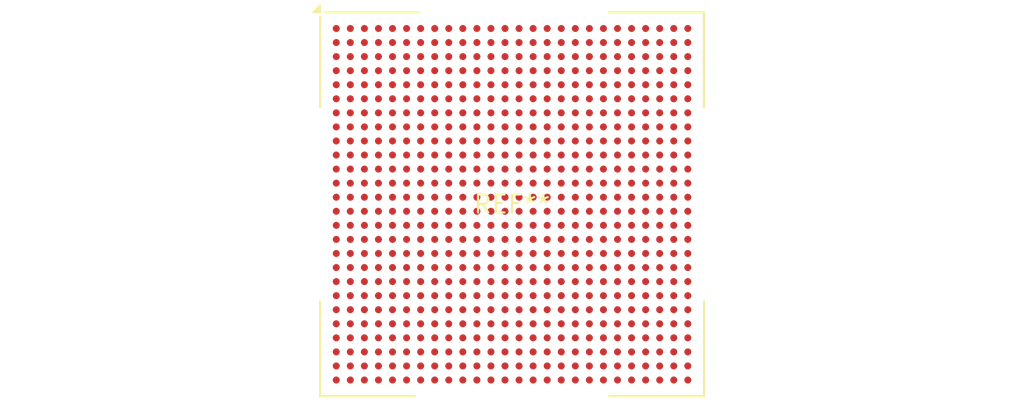
<source format=kicad_pcb>
(kicad_pcb (version 20240108) (generator pcbnew)
  (layers (0 "F.Cu" signal) (31 "B.Cu" signal) (34 "B.Paste" user) (35 "F.Paste" user) (36 "B.SilkS" user "B.Silkscreen") (37 "F.SilkS" user "F.Silkscreen") (38 "B.Mask" user) (39 "F.Mask" user) (44 "Edge.Cuts" user))
  (net 0 "")
  (footprint "BGA-676_27.0x27.0mm_Layout26x26_P1.0mm_Ball0.6mm_Pad0.5mm_NSMD" (layer "F.Cu") (at 0 0)
    (property "Reference" "REF**")
    (property "Value" "BGA-676_27.0x27.0mm_Layout26x26_P1.0mm_Ball0.6mm_Pad0.5mm_NSMD")
    (pad "A1" smd circle (at -12.5 -12.5) (size 0.5 0.5) (property pad_prop_bga) (layers "F.Cu" "F.Paste" "F.Mask"))
    (pad "A2" smd circle (at -11.5 -12.5) (size 0.5 0.5) (property pad_prop_bga) (layers "F.Cu" "F.Paste" "F.Mask"))
    (pad "A3" smd circle (at -10.5 -12.5) (size 0.5 0.5) (property pad_prop_bga) (layers "F.Cu" "F.Paste" "F.Mask"))
    (pad "A4" smd circle (at -9.5 -12.5) (size 0.5 0.5) (property pad_prop_bga) (layers "F.Cu" "F.Paste" "F.Mask"))
    (pad "A5" smd circle (at -8.5 -12.5) (size 0.5 0.5) (property pad_prop_bga) (layers "F.Cu" "F.Paste" "F.Mask"))
    (pad "A6" smd circle (at -7.5 -12.5) (size 0.5 0.5) (property pad_prop_bga) (layers "F.Cu" "F.Paste" "F.Mask"))
    (pad "A7" smd circle (at -6.5 -12.5) (size 0.5 0.5) (property pad_prop_bga) (layers "F.Cu" "F.Paste" "F.Mask"))
    (pad "A8" smd circle (at -5.5 -12.5) (size 0.5 0.5) (property pad_prop_bga) (layers "F.Cu" "F.Paste" "F.Mask"))
    (pad "A9" smd circle (at -4.5 -12.5) (size 0.5 0.5) (property pad_prop_bga) (layers "F.Cu" "F.Paste" "F.Mask"))
    (pad "A10" smd circle (at -3.5 -12.5) (size 0.5 0.5) (property pad_prop_bga) (layers "F.Cu" "F.Paste" "F.Mask"))
    (pad "A11" smd circle (at -2.5 -12.5) (size 0.5 0.5) (property pad_prop_bga) (layers "F.Cu" "F.Paste" "F.Mask"))
    (pad "A12" smd circle (at -1.5 -12.5) (size 0.5 0.5) (property pad_prop_bga) (layers "F.Cu" "F.Paste" "F.Mask"))
    (pad "A13" smd circle (at -0.5 -12.5) (size 0.5 0.5) (property pad_prop_bga) (layers "F.Cu" "F.Paste" "F.Mask"))
    (pad "A14" smd circle (at 0.5 -12.5) (size 0.5 0.5) (property pad_prop_bga) (layers "F.Cu" "F.Paste" "F.Mask"))
    (pad "A15" smd circle (at 1.5 -12.5) (size 0.5 0.5) (property pad_prop_bga) (layers "F.Cu" "F.Paste" "F.Mask"))
    (pad "A16" smd circle (at 2.5 -12.5) (size 0.5 0.5) (property pad_prop_bga) (layers "F.Cu" "F.Paste" "F.Mask"))
    (pad "A17" smd circle (at 3.5 -12.5) (size 0.5 0.5) (property pad_prop_bga) (layers "F.Cu" "F.Paste" "F.Mask"))
    (pad "A18" smd circle (at 4.5 -12.5) (size 0.5 0.5) (property pad_prop_bga) (layers "F.Cu" "F.Paste" "F.Mask"))
    (pad "A19" smd circle (at 5.5 -12.5) (size 0.5 0.5) (property pad_prop_bga) (layers "F.Cu" "F.Paste" "F.Mask"))
    (pad "A20" smd circle (at 6.5 -12.5) (size 0.5 0.5) (property pad_prop_bga) (layers "F.Cu" "F.Paste" "F.Mask"))
    (pad "A21" smd circle (at 7.5 -12.5) (size 0.5 0.5) (property pad_prop_bga) (layers "F.Cu" "F.Paste" "F.Mask"))
    (pad "A22" smd circle (at 8.5 -12.5) (size 0.5 0.5) (property pad_prop_bga) (layers "F.Cu" "F.Paste" "F.Mask"))
    (pad "A23" smd circle (at 9.5 -12.5) (size 0.5 0.5) (property pad_prop_bga) (layers "F.Cu" "F.Paste" "F.Mask"))
    (pad "A24" smd circle (at 10.5 -12.5) (size 0.5 0.5) (property pad_prop_bga) (layers "F.Cu" "F.Paste" "F.Mask"))
    (pad "A25" smd circle (at 11.5 -12.5) (size 0.5 0.5) (property pad_prop_bga) (layers "F.Cu" "F.Paste" "F.Mask"))
    (pad "A26" smd circle (at 12.5 -12.5) (size 0.5 0.5) (property pad_prop_bga) (layers "F.Cu" "F.Paste" "F.Mask"))
    (pad "AA1" smd circle (at -12.5 7.5) (size 0.5 0.5) (property pad_prop_bga) (layers "F.Cu" "F.Paste" "F.Mask"))
    (pad "AA2" smd circle (at -11.5 7.5) (size 0.5 0.5) (property pad_prop_bga) (layers "F.Cu" "F.Paste" "F.Mask"))
    (pad "AA3" smd circle (at -10.5 7.5) (size 0.5 0.5) (property pad_prop_bga) (layers "F.Cu" "F.Paste" "F.Mask"))
    (pad "AA4" smd circle (at -9.5 7.5) (size 0.5 0.5) (property pad_prop_bga) (layers "F.Cu" "F.Paste" "F.Mask"))
    (pad "AA5" smd circle (at -8.5 7.5) (size 0.5 0.5) (property pad_prop_bga) (layers "F.Cu" "F.Paste" "F.Mask"))
    (pad "AA6" smd circle (at -7.5 7.5) (size 0.5 0.5) (property pad_prop_bga) (layers "F.Cu" "F.Paste" "F.Mask"))
    (pad "AA7" smd circle (at -6.5 7.5) (size 0.5 0.5) (property pad_prop_bga) (layers "F.Cu" "F.Paste" "F.Mask"))
    (pad "AA8" smd circle (at -5.5 7.5) (size 0.5 0.5) (property pad_prop_bga) (layers "F.Cu" "F.Paste" "F.Mask"))
    (pad "AA9" smd circle (at -4.5 7.5) (size 0.5 0.5) (property pad_prop_bga) (layers "F.Cu" "F.Paste" "F.Mask"))
    (pad "AA10" smd circle (at -3.5 7.5) (size 0.5 0.5) (property pad_prop_bga) (layers "F.Cu" "F.Paste" "F.Mask"))
    (pad "AA11" smd circle (at -2.5 7.5) (size 0.5 0.5) (property pad_prop_bga) (layers "F.Cu" "F.Paste" "F.Mask"))
    (pad "AA12" smd circle (at -1.5 7.5) (size 0.5 0.5) (property pad_prop_bga) (layers "F.Cu" "F.Paste" "F.Mask"))
    (pad "AA13" smd circle (at -0.5 7.5) (size 0.5 0.5) (property pad_prop_bga) (layers "F.Cu" "F.Paste" "F.Mask"))
    (pad "AA14" smd circle (at 0.5 7.5) (size 0.5 0.5) (property pad_prop_bga) (layers "F.Cu" "F.Paste" "F.Mask"))
    (pad "AA15" smd circle (at 1.5 7.5) (size 0.5 0.5) (property pad_prop_bga) (layers "F.Cu" "F.Paste" "F.Mask"))
    (pad "AA16" smd circle (at 2.5 7.5) (size 0.5 0.5) (property pad_prop_bga) (layers "F.Cu" "F.Paste" "F.Mask"))
    (pad "AA17" smd circle (at 3.5 7.5) (size 0.5 0.5) (property pad_prop_bga) (layers "F.Cu" "F.Paste" "F.Mask"))
    (pad "AA18" smd circle (at 4.5 7.5) (size 0.5 0.5) (property pad_prop_bga) (layers "F.Cu" "F.Paste" "F.Mask"))
    (pad "AA19" smd circle (at 5.5 7.5) (size 0.5 0.5) (property pad_prop_bga) (layers "F.Cu" "F.Paste" "F.Mask"))
    (pad "AA20" smd circle (at 6.5 7.5) (size 0.5 0.5) (property pad_prop_bga) (layers "F.Cu" "F.Paste" "F.Mask"))
    (pad "AA21" smd circle (at 7.5 7.5) (size 0.5 0.5) (property pad_prop_bga) (layers "F.Cu" "F.Paste" "F.Mask"))
    (pad "AA22" smd circle (at 8.5 7.5) (size 0.5 0.5) (property pad_prop_bga) (layers "F.Cu" "F.Paste" "F.Mask"))
    (pad "AA23" smd circle (at 9.5 7.5) (size 0.5 0.5) (property pad_prop_bga) (layers "F.Cu" "F.Paste" "F.Mask"))
    (pad "AA24" smd circle (at 10.5 7.5) (size 0.5 0.5) (property pad_prop_bga) (layers "F.Cu" "F.Paste" "F.Mask"))
    (pad "AA25" smd circle (at 11.5 7.5) (size 0.5 0.5) (property pad_prop_bga) (layers "F.Cu" "F.Paste" "F.Mask"))
    (pad "AA26" smd circle (at 12.5 7.5) (size 0.5 0.5) (property pad_prop_bga) (layers "F.Cu" "F.Paste" "F.Mask"))
    (pad "AB1" smd circle (at -12.5 8.5) (size 0.5 0.5) (property pad_prop_bga) (layers "F.Cu" "F.Paste" "F.Mask"))
    (pad "AB2" smd circle (at -11.5 8.5) (size 0.5 0.5) (property pad_prop_bga) (layers "F.Cu" "F.Paste" "F.Mask"))
    (pad "AB3" smd circle (at -10.5 8.5) (size 0.5 0.5) (property pad_prop_bga) (layers "F.Cu" "F.Paste" "F.Mask"))
    (pad "AB4" smd circle (at -9.5 8.5) (size 0.5 0.5) (property pad_prop_bga) (layers "F.Cu" "F.Paste" "F.Mask"))
    (pad "AB5" smd circle (at -8.5 8.5) (size 0.5 0.5) (property pad_prop_bga) (layers "F.Cu" "F.Paste" "F.Mask"))
    (pad "AB6" smd circle (at -7.5 8.5) (size 0.5 0.5) (property pad_prop_bga) (layers "F.Cu" "F.Paste" "F.Mask"))
    (pad "AB7" smd circle (at -6.5 8.5) (size 0.5 0.5) (property pad_prop_bga) (layers "F.Cu" "F.Paste" "F.Mask"))
    (pad "AB8" smd circle (at -5.5 8.5) (size 0.5 0.5) (property pad_prop_bga) (layers "F.Cu" "F.Paste" "F.Mask"))
    (pad "AB9" smd circle (at -4.5 8.5) (size 0.5 0.5) (property pad_prop_bga) (layers "F.Cu" "F.Paste" "F.Mask"))
    (pad "AB10" smd circle (at -3.5 8.5) (size 0.5 0.5) (property pad_prop_bga) (layers "F.Cu" "F.Paste" "F.Mask"))
    (pad "AB11" smd circle (at -2.5 8.5) (size 0.5 0.5) (property pad_prop_bga) (layers "F.Cu" "F.Paste" "F.Mask"))
    (pad "AB12" smd circle (at -1.5 8.5) (size 0.5 0.5) (property pad_prop_bga) (layers "F.Cu" "F.Paste" "F.Mask"))
    (pad "AB13" smd circle (at -0.5 8.5) (size 0.5 0.5) (property pad_prop_bga) (layers "F.Cu" "F.Paste" "F.Mask"))
    (pad "AB14" smd circle (at 0.5 8.5) (size 0.5 0.5) (property pad_prop_bga) (layers "F.Cu" "F.Paste" "F.Mask"))
    (pad "AB15" smd circle (at 1.5 8.5) (size 0.5 0.5) (property pad_prop_bga) (layers "F.Cu" "F.Paste" "F.Mask"))
    (pad "AB16" smd circle (at 2.5 8.5) (size 0.5 0.5) (property pad_prop_bga) (layers "F.Cu" "F.Paste" "F.Mask"))
    (pad "AB17" smd circle (at 3.5 8.5) (size 0.5 0.5) (property pad_prop_bga) (layers "F.Cu" "F.Paste" "F.Mask"))
    (pad "AB18" smd circle (at 4.5 8.5) (size 0.5 0.5) (property pad_prop_bga) (layers "F.Cu" "F.Paste" "F.Mask"))
    (pad "AB19" smd circle (at 5.5 8.5) (size 0.5 0.5) (property pad_prop_bga) (layers "F.Cu" "F.Paste" "F.Mask"))
    (pad "AB20" smd circle (at 6.5 8.5) (size 0.5 0.5) (property pad_prop_bga) (layers "F.Cu" "F.Paste" "F.Mask"))
    (pad "AB21" smd circle (at 7.5 8.5) (size 0.5 0.5) (property pad_prop_bga) (layers "F.Cu" "F.Paste" "F.Mask"))
    (pad "AB22" smd circle (at 8.5 8.5) (size 0.5 0.5) (property pad_prop_bga) (layers "F.Cu" "F.Paste" "F.Mask"))
    (pad "AB23" smd circle (at 9.5 8.5) (size 0.5 0.5) (property pad_prop_bga) (layers "F.Cu" "F.Paste" "F.Mask"))
    (pad "AB24" smd circle (at 10.5 8.5) (size 0.5 0.5) (property pad_prop_bga) (layers "F.Cu" "F.Paste" "F.Mask"))
    (pad "AB25" smd circle (at 11.5 8.5) (size 0.5 0.5) (property pad_prop_bga) (layers "F.Cu" "F.Paste" "F.Mask"))
    (pad "AB26" smd circle (at 12.5 8.5) (size 0.5 0.5) (property pad_prop_bga) (layers "F.Cu" "F.Paste" "F.Mask"))
    (pad "AC1" smd circle (at -12.5 9.5) (size 0.5 0.5) (property pad_prop_bga) (layers "F.Cu" "F.Paste" "F.Mask"))
    (pad "AC2" smd circle (at -11.5 9.5) (size 0.5 0.5) (property pad_prop_bga) (layers "F.Cu" "F.Paste" "F.Mask"))
    (pad "AC3" smd circle (at -10.5 9.5) (size 0.5 0.5) (property pad_prop_bga) (layers "F.Cu" "F.Paste" "F.Mask"))
    (pad "AC4" smd circle (at -9.5 9.5) (size 0.5 0.5) (property pad_prop_bga) (layers "F.Cu" "F.Paste" "F.Mask"))
    (pad "AC5" smd circle (at -8.5 9.5) (size 0.5 0.5) (property pad_prop_bga) (layers "F.Cu" "F.Paste" "F.Mask"))
    (pad "AC6" smd circle (at -7.5 9.5) (size 0.5 0.5) (property pad_prop_bga) (layers "F.Cu" "F.Paste" "F.Mask"))
    (pad "AC7" smd circle (at -6.5 9.5) (size 0.5 0.5) (property pad_prop_bga) (layers "F.Cu" "F.Paste" "F.Mask"))
    (pad "AC8" smd circle (at -5.5 9.5) (size 0.5 0.5) (property pad_prop_bga) (layers "F.Cu" "F.Paste" "F.Mask"))
    (pad "AC9" smd circle (at -4.5 9.5) (size 0.5 0.5) (property pad_prop_bga) (layers "F.Cu" "F.Paste" "F.Mask"))
    (pad "AC10" smd circle (at -3.5 9.5) (size 0.5 0.5) (property pad_prop_bga) (layers "F.Cu" "F.Paste" "F.Mask"))
    (pad "AC11" smd circle (at -2.5 9.5) (size 0.5 0.5) (property pad_prop_bga) (layers "F.Cu" "F.Paste" "F.Mask"))
    (pad "AC12" smd circle (at -1.5 9.5) (size 0.5 0.5) (property pad_prop_bga) (layers "F.Cu" "F.Paste" "F.Mask"))
    (pad "AC13" smd circle (at -0.5 9.5) (size 0.5 0.5) (property pad_prop_bga) (layers "F.Cu" "F.Paste" "F.Mask"))
    (pad "AC14" smd circle (at 0.5 9.5) (size 0.5 0.5) (property pad_prop_bga) (layers "F.Cu" "F.Paste" "F.Mask"))
    (pad "AC15" smd circle (at 1.5 9.5) (size 0.5 0.5) (property pad_prop_bga) (layers "F.Cu" "F.Paste" "F.Mask"))
    (pad "AC16" smd circle (at 2.5 9.5) (size 0.5 0.5) (property pad_prop_bga) (layers "F.Cu" "F.Paste" "F.Mask"))
    (pad "AC17" smd circle (at 3.5 9.5) (size 0.5 0.5) (property pad_prop_bga) (layers "F.Cu" "F.Paste" "F.Mask"))
    (pad "AC18" smd circle (at 4.5 9.5) (size 0.5 0.5) (property pad_prop_bga) (layers "F.Cu" "F.Paste" "F.Mask"))
    (pad "AC19" smd circle (at 5.5 9.5) (size 0.5 0.5) (property pad_prop_bga) (layers "F.Cu" "F.Paste" "F.Mask"))
    (pad "AC20" smd circle (at 6.5 9.5) (size 0.5 0.5) (property pad_prop_bga) (layers "F.Cu" "F.Paste" "F.Mask"))
    (pad "AC21" smd circle (at 7.5 9.5) (size 0.5 0.5) (property pad_prop_bga) (layers "F.Cu" "F.Paste" "F.Mask"))
    (pad "AC22" smd circle (at 8.5 9.5) (size 0.5 0.5) (property pad_prop_bga) (layers "F.Cu" "F.Paste" "F.Mask"))
    (pad "AC23" smd circle (at 9.5 9.5) (size 0.5 0.5) (property pad_prop_bga) (layers "F.Cu" "F.Paste" "F.Mask"))
    (pad "AC24" smd circle (at 10.5 9.5) (size 0.5 0.5) (property pad_prop_bga) (layers "F.Cu" "F.Paste" "F.Mask"))
    (pad "AC25" smd circle (at 11.5 9.5) (size 0.5 0.5) (property pad_prop_bga) (layers "F.Cu" "F.Paste" "F.Mask"))
    (pad "AC26" smd circle (at 12.5 9.5) (size 0.5 0.5) (property pad_prop_bga) (layers "F.Cu" "F.Paste" "F.Mask"))
    (pad "AD1" smd circle (at -12.5 10.5) (size 0.5 0.5) (property pad_prop_bga) (layers "F.Cu" "F.Paste" "F.Mask"))
    (pad "AD2" smd circle (at -11.5 10.5) (size 0.5 0.5) (property pad_prop_bga) (layers "F.Cu" "F.Paste" "F.Mask"))
    (pad "AD3" smd circle (at -10.5 10.5) (size 0.5 0.5) (property pad_prop_bga) (layers "F.Cu" "F.Paste" "F.Mask"))
    (pad "AD4" smd circle (at -9.5 10.5) (size 0.5 0.5) (property pad_prop_bga) (layers "F.Cu" "F.Paste" "F.Mask"))
    (pad "AD5" smd circle (at -8.5 10.5) (size 0.5 0.5) (property pad_prop_bga) (layers "F.Cu" "F.Paste" "F.Mask"))
    (pad "AD6" smd circle (at -7.5 10.5) (size 0.5 0.5) (property pad_prop_bga) (layers "F.Cu" "F.Paste" "F.Mask"))
    (pad "AD7" smd circle (at -6.5 10.5) (size 0.5 0.5) (property pad_prop_bga) (layers "F.Cu" "F.Paste" "F.Mask"))
    (pad "AD8" smd circle (at -5.5 10.5) (size 0.5 0.5) (property pad_prop_bga) (layers "F.Cu" "F.Paste" "F.Mask"))
    (pad "AD9" smd circle (at -4.5 10.5) (size 0.5 0.5) (property pad_prop_bga) (layers "F.Cu" "F.Paste" "F.Mask"))
    (pad "AD10" smd circle (at -3.5 10.5) (size 0.5 0.5) (property pad_prop_bga) (layers "F.Cu" "F.Paste" "F.Mask"))
    (pad "AD11" smd circle (at -2.5 10.5) (size 0.5 0.5) (property pad_prop_bga) (layers "F.Cu" "F.Paste" "F.Mask"))
    (pad "AD12" smd circle (at -1.5 10.5) (size 0.5 0.5) (property pad_prop_bga) (layers "F.Cu" "F.Paste" "F.Mask"))
    (pad "AD13" smd circle (at -0.5 10.5) (size 0.5 0.5) (property pad_prop_bga) (layers "F.Cu" "F.Paste" "F.Mask"))
    (pad "AD14" smd circle (at 0.5 10.5) (size 0.5 0.5) (property pad_prop_bga) (layers "F.Cu" "F.Paste" "F.Mask"))
    (pad "AD15" smd circle (at 1.5 10.5) (size 0.5 0.5) (property pad_prop_bga) (layers "F.Cu" "F.Paste" "F.Mask"))
    (pad "AD16" smd circle (at 2.5 10.5) (size 0.5 0.5) (property pad_prop_bga) (layers "F.Cu" "F.Paste" "F.Mask"))
    (pad "AD17" smd circle (at 3.5 10.5) (size 0.5 0.5) (property pad_prop_bga) (layers "F.Cu" "F.Paste" "F.Mask"))
    (pad "AD18" smd circle (at 4.5 10.5) (size 0.5 0.5) (property pad_prop_bga) (layers "F.Cu" "F.Paste" "F.Mask"))
    (pad "AD19" smd circle (at 5.5 10.5) (size 0.5 0.5) (property pad_prop_bga) (layers "F.Cu" "F.Paste" "F.Mask"))
    (pad "AD20" smd circle (at 6.5 10.5) (size 0.5 0.5) (property pad_prop_bga) (layers "F.Cu" "F.Paste" "F.Mask"))
    (pad "AD21" smd circle (at 7.5 10.5) (size 0.5 0.5) (property pad_prop_bga) (layers "F.Cu" "F.Paste" "F.Mask"))
    (pad "AD22" smd circle (at 8.5 10.5) (size 0.5 0.5) (property pad_prop_bga) (layers "F.Cu" "F.Paste" "F.Mask"))
    (pad "AD23" smd circle (at 9.5 10.5) (size 0.5 0.5) (property pad_prop_bga) (layers "F.Cu" "F.Paste" "F.Mask"))
    (pad "AD24" smd circle (at 10.5 10.5) (size 0.5 0.5) (property pad_prop_bga) (layers "F.Cu" "F.Paste" "F.Mask"))
    (pad "AD25" smd circle (at 11.5 10.5) (size 0.5 0.5) (property pad_prop_bga) (layers "F.Cu" "F.Paste" "F.Mask"))
    (pad "AD26" smd circle (at 12.5 10.5) (size 0.5 0.5) (property pad_prop_bga) (layers "F.Cu" "F.Paste" "F.Mask"))
    (pad "AE1" smd circle (at -12.5 11.5) (size 0.5 0.5) (property pad_prop_bga) (layers "F.Cu" "F.Paste" "F.Mask"))
    (pad "AE2" smd circle (at -11.5 11.5) (size 0.5 0.5) (property pad_prop_bga) (layers "F.Cu" "F.Paste" "F.Mask"))
    (pad "AE3" smd circle (at -10.5 11.5) (size 0.5 0.5) (property pad_prop_bga) (layers "F.Cu" "F.Paste" "F.Mask"))
    (pad "AE4" smd circle (at -9.5 11.5) (size 0.5 0.5) (property pad_prop_bga) (layers "F.Cu" "F.Paste" "F.Mask"))
    (pad "AE5" smd circle (at -8.5 11.5) (size 0.5 0.5) (property pad_prop_bga) (layers "F.Cu" "F.Paste" "F.Mask"))
    (pad "AE6" smd circle (at -7.5 11.5) (size 0.5 0.5) (property pad_prop_bga) (layers "F.Cu" "F.Paste" "F.Mask"))
    (pad "AE7" smd circle (at -6.5 11.5) (size 0.5 0.5) (property pad_prop_bga) (layers "F.Cu" "F.Paste" "F.Mask"))
    (pad "AE8" smd circle (at -5.5 11.5) (size 0.5 0.5) (property pad_prop_bga) (layers "F.Cu" "F.Paste" "F.Mask"))
    (pad "AE9" smd circle (at -4.5 11.5) (size 0.5 0.5) (property pad_prop_bga) (layers "F.Cu" "F.Paste" "F.Mask"))
    (pad "AE10" smd circle (at -3.5 11.5) (size 0.5 0.5) (property pad_prop_bga) (layers "F.Cu" "F.Paste" "F.Mask"))
    (pad "AE11" smd circle (at -2.5 11.5) (size 0.5 0.5) (property pad_prop_bga) (layers "F.Cu" "F.Paste" "F.Mask"))
    (pad "AE12" smd circle (at -1.5 11.5) (size 0.5 0.5) (property pad_prop_bga) (layers "F.Cu" "F.Paste" "F.Mask"))
    (pad "AE13" smd circle (at -0.5 11.5) (size 0.5 0.5) (property pad_prop_bga) (layers "F.Cu" "F.Paste" "F.Mask"))
    (pad "AE14" smd circle (at 0.5 11.5) (size 0.5 0.5) (property pad_prop_bga) (layers "F.Cu" "F.Paste" "F.Mask"))
    (pad "AE15" smd circle (at 1.5 11.5) (size 0.5 0.5) (property pad_prop_bga) (layers "F.Cu" "F.Paste" "F.Mask"))
    (pad "AE16" smd circle (at 2.5 11.5) (size 0.5 0.5) (property pad_prop_bga) (layers "F.Cu" "F.Paste" "F.Mask"))
    (pad "AE17" smd circle (at 3.5 11.5) (size 0.5 0.5) (property pad_prop_bga) (layers "F.Cu" "F.Paste" "F.Mask"))
    (pad "AE18" smd circle (at 4.5 11.5) (size 0.5 0.5) (property pad_prop_bga) (layers "F.Cu" "F.Paste" "F.Mask"))
    (pad "AE19" smd circle (at 5.5 11.5) (size 0.5 0.5) (property pad_prop_bga) (layers "F.Cu" "F.Paste" "F.Mask"))
    (pad "AE20" smd circle (at 6.5 11.5) (size 0.5 0.5) (property pad_prop_bga) (layers "F.Cu" "F.Paste" "F.Mask"))
    (pad "AE21" smd circle (at 7.5 11.5) (size 0.5 0.5) (property pad_prop_bga) (layers "F.Cu" "F.Paste" "F.Mask"))
    (pad "AE22" smd circle (at 8.5 11.5) (size 0.5 0.5) (property pad_prop_bga) (layers "F.Cu" "F.Paste" "F.Mask"))
    (pad "AE23" smd circle (at 9.5 11.5) (size 0.5 0.5) (property pad_prop_bga) (layers "F.Cu" "F.Paste" "F.Mask"))
    (pad "AE24" smd circle (at 10.5 11.5) (size 0.5 0.5) (property pad_prop_bga) (layers "F.Cu" "F.Paste" "F.Mask"))
    (pad "AE25" smd circle (at 11.5 11.5) (size 0.5 0.5) (property pad_prop_bga) (layers "F.Cu" "F.Paste" "F.Mask"))
    (pad "AE26" smd circle (at 12.5 11.5) (size 0.5 0.5) (property pad_prop_bga) (layers "F.Cu" "F.Paste" "F.Mask"))
    (pad "AF1" smd circle (at -12.5 12.5) (size 0.5 0.5) (property pad_prop_bga) (layers "F.Cu" "F.Paste" "F.Mask"))
    (pad "AF2" smd circle (at -11.5 12.5) (size 0.5 0.5) (property pad_prop_bga) (layers "F.Cu" "F.Paste" "F.Mask"))
    (pad "AF3" smd circle (at -10.5 12.5) (size 0.5 0.5) (property pad_prop_bga) (layers "F.Cu" "F.Paste" "F.Mask"))
    (pad "AF4" smd circle (at -9.5 12.5) (size 0.5 0.5) (property pad_prop_bga) (layers "F.Cu" "F.Paste" "F.Mask"))
    (pad "AF5" smd circle (at -8.5 12.5) (size 0.5 0.5) (property pad_prop_bga) (layers "F.Cu" "F.Paste" "F.Mask"))
    (pad "AF6" smd circle (at -7.5 12.5) (size 0.5 0.5) (property pad_prop_bga) (layers "F.Cu" "F.Paste" "F.Mask"))
    (pad "AF7" smd circle (at -6.5 12.5) (size 0.5 0.5) (property pad_prop_bga) (layers "F.Cu" "F.Paste" "F.Mask"))
    (pad "AF8" smd circle (at -5.5 12.5) (size 0.5 0.5) (property pad_prop_bga) (layers "F.Cu" "F.Paste" "F.Mask"))
    (pad "AF9" smd circle (at -4.5 12.5) (size 0.5 0.5) (property pad_prop_bga) (layers "F.Cu" "F.Paste" "F.Mask"))
    (pad "AF10" smd circle (at -3.5 12.5) (size 0.5 0.5) (property pad_prop_bga) (layers "F.Cu" "F.Paste" "F.Mask"))
    (pad "AF11" smd circle (at -2.5 12.5) (size 0.5 0.5) (property pad_prop_bga) (layers "F.Cu" "F.Paste" "F.Mask"))
    (pad "AF12" smd circle (at -1.5 12.5) (size 0.5 0.5) (property pad_prop_bga) (layers "F.Cu" "F.Paste" "F.Mask"))
    (pad "AF13" smd circle (at -0.5 12.5) (size 0.5 0.5) (property pad_prop_bga) (layers "F.Cu" "F.Paste" "F.Mask"))
    (pad "AF14" smd circle (at 0.5 12.5) (size 0.5 0.5) (property pad_prop_bga) (layers "F.Cu" "F.Paste" "F.Mask"))
    (pad "AF15" smd circle (at 1.5 12.5) (size 0.5 0.5) (property pad_prop_bga) (layers "F.Cu" "F.Paste" "F.Mask"))
    (pad "AF16" smd circle (at 2.5 12.5) (size 0.5 0.5) (property pad_prop_bga) (layers "F.Cu" "F.Paste" "F.Mask"))
    (pad "AF17" smd circle (at 3.5 12.5) (size 0.5 0.5) (property pad_prop_bga) (layers "F.Cu" "F.Paste" "F.Mask"))
    (pad "AF18" smd circle (at 4.5 12.5) (size 0.5 0.5) (property pad_prop_bga) (layers "F.Cu" "F.Paste" "F.Mask"))
    (pad "AF19" smd circle (at 5.5 12.5) (size 0.5 0.5) (property pad_prop_bga) (layers "F.Cu" "F.Paste" "F.Mask"))
    (pad "AF20" smd circle (at 6.5 12.5) (size 0.5 0.5) (property pad_prop_bga) (layers "F.Cu" "F.Paste" "F.Mask"))
    (pad "AF21" smd circle (at 7.5 12.5) (size 0.5 0.5) (property pad_prop_bga) (layers "F.Cu" "F.Paste" "F.Mask"))
    (pad "AF22" smd circle (at 8.5 12.5) (size 0.5 0.5) (property pad_prop_bga) (layers "F.Cu" "F.Paste" "F.Mask"))
    (pad "AF23" smd circle (at 9.5 12.5) (size 0.5 0.5) (property pad_prop_bga) (layers "F.Cu" "F.Paste" "F.Mask"))
    (pad "AF24" smd circle (at 10.5 12.5) (size 0.5 0.5) (property pad_prop_bga) (layers "F.Cu" "F.Paste" "F.Mask"))
    (pad "AF25" smd circle (at 11.5 12.5) (size 0.5 0.5) (property pad_prop_bga) (layers "F.Cu" "F.Paste" "F.Mask"))
    (pad "AF26" smd circle (at 12.5 12.5) (size 0.5 0.5) (property pad_prop_bga) (layers "F.Cu" "F.Paste" "F.Mask"))
    (pad "B1" smd circle (at -12.5 -11.5) (size 0.5 0.5) (property pad_prop_bga) (layers "F.Cu" "F.Paste" "F.Mask"))
    (pad "B2" smd circle (at -11.5 -11.5) (size 0.5 0.5) (property pad_prop_bga) (layers "F.Cu" "F.Paste" "F.Mask"))
    (pad "B3" smd circle (at -10.5 -11.5) (size 0.5 0.5) (property pad_prop_bga) (layers "F.Cu" "F.Paste" "F.Mask"))
    (pad "B4" smd circle (at -9.5 -11.5) (size 0.5 0.5) (property pad_prop_bga) (layers "F.Cu" "F.Paste" "F.Mask"))
    (pad "B5" smd circle (at -8.5 -11.5) (size 0.5 0.5) (property pad_prop_bga) (layers "F.Cu" "F.Paste" "F.Mask"))
    (pad "B6" smd circle (at -7.5 -11.5) (size 0.5 0.5) (property pad_prop_bga) (layers "F.Cu" "F.Paste" "F.Mask"))
    (pad "B7" smd circle (at -6.5 -11.5) (size 0.5 0.5) (property pad_prop_bga) (layers "F.Cu" "F.Paste" "F.Mask"))
    (pad "B8" smd circle (at -5.5 -11.5) (size 0.5 0.5) (property pad_prop_bga) (layers "F.Cu" "F.Paste" "F.Mask"))
    (pad "B9" smd circle (at -4.5 -11.5) (size 0.5 0.5) (property pad_prop_bga) (layers "F.Cu" "F.Paste" "F.Mask"))
    (pad "B10" smd circle (at -3.5 -11.5) (size 0.5 0.5) (property pad_prop_bga) (layers "F.Cu" "F.Paste" "F.Mask"))
    (pad "B11" smd circle (at -2.5 -11.5) (size 0.5 0.5) (property pad_prop_bga) (layers "F.Cu" "F.Paste" "F.Mask"))
    (pad "B12" smd circle (at -1.5 -11.5) (size 0.5 0.5) (property pad_prop_bga) (layers "F.Cu" "F.Paste" "F.Mask"))
    (pad "B13" smd circle (at -0.5 -11.5) (size 0.5 0.5) (property pad_prop_bga) (layers "F.Cu" "F.Paste" "F.Mask"))
    (pad "B14" smd circle (at 0.5 -11.5) (size 0.5 0.5) (property pad_prop_bga) (layers "F.Cu" "F.Paste" "F.Mask"))
    (pad "B15" smd circle (at 1.5 -11.5) (size 0.5 0.5) (property pad_prop_bga) (layers "F.Cu" "F.Paste" "F.Mask"))
    (pad "B16" smd circle (at 2.5 -11.5) (size 0.5 0.5) (property pad_prop_bga) (layers "F.Cu" "F.Paste" "F.Mask"))
    (pad "B17" smd circle (at 3.5 -11.5) (size 0.5 0.5) (property pad_prop_bga) (layers "F.Cu" "F.Paste" "F.Mask"))
    (pad "B18" smd circle (at 4.5 -11.5) (size 0.5 0.5) (property pad_prop_bga) (layers "F.Cu" "F.Paste" "F.Mask"))
    (pad "B19" smd circle (at 5.5 -11.5) (size 0.5 0.5) (property pad_prop_bga) (layers "F.Cu" "F.Paste" "F.Mask"))
    (pad "B20" smd circle (at 6.5 -11.5) (size 0.5 0.5) (property pad_prop_bga) (layers "F.Cu" "F.Paste" "F.Mask"))
    (pad "B21" smd circle (at 7.5 -11.5) (size 0.5 0.5) (property pad_prop_bga) (layers "F.Cu" "F.Paste" "F.Mask"))
    (pad "B22" smd circle (at 8.5 -11.5) (size 0.5 0.5) (property pad_prop_bga) (layers "F.Cu" "F.Paste" "F.Mask"))
    (pad "B23" smd circle (at 9.5 -11.5) (size 0.5 0.5) (property pad_prop_bga) (layers "F.Cu" "F.Paste" "F.Mask"))
    (pad "B24" smd circle (at 10.5 -11.5) (size 0.5 0.5) (property pad_prop_bga) (layers "F.Cu" "F.Paste" "F.Mask"))
    (pad "B25" smd circle (at 11.5 -11.5) (size 0.5 0.5) (property pad_prop_bga) (layers "F.Cu" "F.Paste" "F.Mask"))
    (pad "B26" smd circle (at 12.5 -11.5) (size 0.5 0.5) (property pad_prop_bga) (layers "F.Cu" "F.Paste" "F.Mask"))
    (pad "C1" smd circle (at -12.5 -10.5) (size 0.5 0.5) (property pad_prop_bga) (layers "F.Cu" "F.Paste" "F.Mask"))
    (pad "C2" smd circle (at -11.5 -10.5) (size 0.5 0.5) (property pad_prop_bga) (layers "F.Cu" "F.Paste" "F.Mask"))
    (pad "C3" smd circle (at -10.5 -10.5) (size 0.5 0.5) (property pad_prop_bga) (layers "F.Cu" "F.Paste" "F.Mask"))
    (pad "C4" smd circle (at -9.5 -10.5) (size 0.5 0.5) (property pad_prop_bga) (layers "F.Cu" "F.Paste" "F.Mask"))
    (pad "C5" smd circle (at -8.5 -10.5) (size 0.5 0.5) (property pad_prop_bga) (layers "F.Cu" "F.Paste" "F.Mask"))
    (pad "C6" smd circle (at -7.5 -10.5) (size 0.5 0.5) (property pad_prop_bga) (layers "F.Cu" "F.Paste" "F.Mask"))
    (pad "C7" smd circle (at -6.5 -10.5) (size 0.5 0.5) (property pad_prop_bga) (layers "F.Cu" "F.Paste" "F.Mask"))
    (pad "C8" smd circle (at -5.5 -10.5) (size 0.5 0.5) (property pad_prop_bga) (layers "F.Cu" "F.Paste" "F.Mask"))
    (pad "C9" smd circle (at -4.5 -10.5) (size 0.5 0.5) (property pad_prop_bga) (layers "F.Cu" "F.Paste" "F.Mask"))
    (pad "C10" smd circle (at -3.5 -10.5) (size 0.5 0.5) (property pad_prop_bga) (layers "F.Cu" "F.Paste" "F.Mask"))
    (pad "C11" smd circle (at -2.5 -10.5) (size 0.5 0.5) (property pad_prop_bga) (layers "F.Cu" "F.Paste" "F.Mask"))
    (pad "C12" smd circle (at -1.5 -10.5) (size 0.5 0.5) (property pad_prop_bga) (layers "F.Cu" "F.Paste" "F.Mask"))
    (pad "C13" smd circle (at -0.5 -10.5) (size 0.5 0.5) (property pad_prop_bga) (layers "F.Cu" "F.Paste" "F.Mask"))
    (pad "C14" smd circle (at 0.5 -10.5) (size 0.5 0.5) (property pad_prop_bga) (layers "F.Cu" "F.Paste" "F.Mask"))
    (pad "C15" smd circle (at 1.5 -10.5) (size 0.5 0.5) (property pad_prop_bga) (layers "F.Cu" "F.Paste" "F.Mask"))
    (pad "C16" smd circle (at 2.5 -10.5) (size 0.5 0.5) (property pad_prop_bga) (layers "F.Cu" "F.Paste" "F.Mask"))
    (pad "C17" smd circle (at 3.5 -10.5) (size 0.5 0.5) (property pad_prop_bga) (layers "F.Cu" "F.Paste" "F.Mask"))
    (pad "C18" smd circle (at 4.5 -10.5) (size 0.5 0.5) (property pad_prop_bga) (layers "F.Cu" "F.Paste" "F.Mask"))
    (pad "C19" smd circle (at 5.5 -10.5) (size 0.5 0.5) (property pad_prop_bga) (layers "F.Cu" "F.Paste" "F.Mask"))
    (pad "C20" smd circle (at 6.5 -10.5) (size 0.5 0.5) (property pad_prop_bga) (layers "F.Cu" "F.Paste" "F.Mask"))
    (pad "C21" smd circle (at 7.5 -10.5) (size 0.5 0.5) (property pad_prop_bga) (layers "F.Cu" "F.Paste" "F.Mask"))
    (pad "C22" smd circle (at 8.5 -10.5) (size 0.5 0.5) (property pad_prop_bga) (layers "F.Cu" "F.Paste" "F.Mask"))
    (pad "C23" smd circle (at 9.5 -10.5) (size 0.5 0.5) (property pad_prop_bga) (layers "F.Cu" "F.Paste" "F.Mask"))
    (pad "C24" smd circle (at 10.5 -10.5) (size 0.5 0.5) (property pad_prop_bga) (layers "F.Cu" "F.Paste" "F.Mask"))
    (pad "C25" smd circle (at 11.5 -10.5) (size 0.5 0.5) (property pad_prop_bga) (layers "F.Cu" "F.Paste" "F.Mask"))
    (pad "C26" smd circle (at 12.5 -10.5) (size 0.5 0.5) (property pad_prop_bga) (layers "F.Cu" "F.Paste" "F.Mask"))
    (pad "D1" smd circle (at -12.5 -9.5) (size 0.5 0.5) (property pad_prop_bga) (layers "F.Cu" "F.Paste" "F.Mask"))
    (pad "D2" smd circle (at -11.5 -9.5) (size 0.5 0.5) (property pad_prop_bga) (layers "F.Cu" "F.Paste" "F.Mask"))
    (pad "D3" smd circle (at -10.5 -9.5) (size 0.5 0.5) (property pad_prop_bga) (layers "F.Cu" "F.Paste" "F.Mask"))
    (pad "D4" smd circle (at -9.5 -9.5) (size 0.5 0.5) (property pad_prop_bga) (layers "F.Cu" "F.Paste" "F.Mask"))
    (pad "D5" smd circle (at -8.5 -9.5) (size 0.5 0.5) (property pad_prop_bga) (layers "F.Cu" "F.Paste" "F.Mask"))
    (pad "D6" smd circle (at -7.5 -9.5) (size 0.5 0.5) (property pad_prop_bga) (layers "F.Cu" "F.Paste" "F.Mask"))
    (pad "D7" smd circle (at -6.5 -9.5) (size 0.5 0.5) (property pad_prop_bga) (layers "F.Cu" "F.Paste" "F.Mask"))
    (pad "D8" smd circle (at -5.5 -9.5) (size 0.5 0.5) (property pad_prop_bga) (layers "F.Cu" "F.Paste" "F.Mask"))
    (pad "D9" smd circle (at -4.5 -9.5) (size 0.5 0.5) (property pad_prop_bga) (layers "F.Cu" "F.Paste" "F.Mask"))
    (pad "D10" smd circle (at -3.5 -9.5) (size 0.5 0.5) (property pad_prop_bga) (layers "F.Cu" "F.Paste" "F.Mask"))
    (pad "D11" smd circle (at -2.5 -9.5) (size 0.5 0.5) (property pad_prop_bga) (layers "F.Cu" "F.Paste" "F.Mask"))
    (pad "D12" smd circle (at -1.5 -9.5) (size 0.5 0.5) (property pad_prop_bga) (layers "F.Cu" "F.Paste" "F.Mask"))
    (pad "D13" smd circle (at -0.5 -9.5) (size 0.5 0.5) (property pad_prop_bga) (layers "F.Cu" "F.Paste" "F.Mask"))
    (pad "D14" smd circle (at 0.5 -9.5) (size 0.5 0.5) (property pad_prop_bga) (layers "F.Cu" "F.Paste" "F.Mask"))
    (pad "D15" smd circle (at 1.5 -9.5) (size 0.5 0.5) (property pad_prop_bga) (layers "F.Cu" "F.Paste" "F.Mask"))
    (pad "D16" smd circle (at 2.5 -9.5) (size 0.5 0.5) (property pad_prop_bga) (layers "F.Cu" "F.Paste" "F.Mask"))
    (pad "D17" smd circle (at 3.5 -9.5) (size 0.5 0.5) (property pad_prop_bga) (layers "F.Cu" "F.Paste" "F.Mask"))
    (pad "D18" smd circle (at 4.5 -9.5) (size 0.5 0.5) (property pad_prop_bga) (layers "F.Cu" "F.Paste" "F.Mask"))
    (pad "D19" smd circle (at 5.5 -9.5) (size 0.5 0.5) (property pad_prop_bga) (layers "F.Cu" "F.Paste" "F.Mask"))
    (pad "D20" smd circle (at 6.5 -9.5) (size 0.5 0.5) (property pad_prop_bga) (layers "F.Cu" "F.Paste" "F.Mask"))
    (pad "D21" smd circle (at 7.5 -9.5) (size 0.5 0.5) (property pad_prop_bga) (layers "F.Cu" "F.Paste" "F.Mask"))
    (pad "D22" smd circle (at 8.5 -9.5) (size 0.5 0.5) (property pad_prop_bga) (layers "F.Cu" "F.Paste" "F.Mask"))
    (pad "D23" smd circle (at 9.5 -9.5) (size 0.5 0.5) (property pad_prop_bga) (layers "F.Cu" "F.Paste" "F.Mask"))
    (pad "D24" smd circle (at 10.5 -9.5) (size 0.5 0.5) (property pad_prop_bga) (layers "F.Cu" "F.Paste" "F.Mask"))
    (pad "D25" smd circle (at 11.5 -9.5) (size 0.5 0.5) (property pad_prop_bga) (layers "F.Cu" "F.Paste" "F.Mask"))
    (pad "D26" smd circle (at 12.5 -9.5) (size 0.5 0.5) (property pad_prop_bga) (layers "F.Cu" "F.Paste" "F.Mask"))
    (pad "E1" smd circle (at -12.5 -8.5) (size 0.5 0.5) (property pad_prop_bga) (layers "F.Cu" "F.Paste" "F.Mask"))
    (pad "E2" smd circle (at -11.5 -8.5) (size 0.5 0.5) (property pad_prop_bga) (layers "F.Cu" "F.Paste" "F.Mask"))
    (pad "E3" smd circle (at -10.5 -8.5) (size 0.5 0.5) (property pad_prop_bga) (layers "F.Cu" "F.Paste" "F.Mask"))
    (pad "E4" smd circle (at -9.5 -8.5) (size 0.5 0.5) (property pad_prop_bga) (layers "F.Cu" "F.Paste" "F.Mask"))
    (pad "E5" smd circle (at -8.5 -8.5) (size 0.5 0.5) (property pad_prop_bga) (layers "F.Cu" "F.Paste" "F.Mask"))
    (pad "E6" smd circle (at -7.5 -8.5) (size 0.5 0.5) (property pad_prop_bga) (layers "F.Cu" "F.Paste" "F.Mask"))
    (pad "E7" smd circle (at -6.5 -8.5) (size 0.5 0.5) (property pad_prop_bga) (layers "F.Cu" "F.Paste" "F.Mask"))
    (pad "E8" smd circle (at -5.5 -8.5) (size 0.5 0.5) (property pad_prop_bga) (layers "F.Cu" "F.Paste" "F.Mask"))
    (pad "E9" smd circle (at -4.5 -8.5) (size 0.5 0.5) (property pad_prop_bga) (layers "F.Cu" "F.Paste" "F.Mask"))
    (pad "E10" smd circle (at -3.5 -8.5) (size 0.5 0.5) (property pad_prop_bga) (layers "F.Cu" "F.Paste" "F.Mask"))
    (pad "E11" smd circle (at -2.5 -8.5) (size 0.5 0.5) (property pad_prop_bga) (layers "F.Cu" "F.Paste" "F.Mask"))
    (pad "E12" smd circle (at -1.5 -8.5) (size 0.5 0.5) (property pad_prop_bga) (layers "F.Cu" "F.Paste" "F.Mask"))
    (pad "E13" smd circle (at -0.5 -8.5) (size 0.5 0.5) (property pad_prop_bga) (layers "F.Cu" "F.Paste" "F.Mask"))
    (pad "E14" smd circle (at 0.5 -8.5) (size 0.5 0.5) (property pad_prop_bga) (layers "F.Cu" "F.Paste" "F.Mask"))
    (pad "E15" smd circle (at 1.5 -8.5) (size 0.5 0.5) (property pad_prop_bga) (layers "F.Cu" "F.Paste" "F.Mask"))
    (pad "E16" smd circle (at 2.5 -8.5) (size 0.5 0.5) (property pad_prop_bga) (layers "F.Cu" "F.Paste" "F.Mask"))
    (pad "E17" smd circle (at 3.5 -8.5) (size 0.5 0.5) (property pad_prop_bga) (layers "F.Cu" "F.Paste" "F.Mask"))
    (pad "E18" smd circle (at 4.5 -8.5) (size 0.5 0.5) (property pad_prop_bga) (layers "F.Cu" "F.Paste" "F.Mask"))
    (pad "E19" smd circle (at 5.5 -8.5) (size 0.5 0.5) (property pad_prop_bga) (layers "F.Cu" "F.Paste" "F.Mask"))
    (pad "E20" smd circle (at 6.5 -8.5) (size 0.5 0.5) (property pad_prop_bga) (layers "F.Cu" "F.Paste" "F.Mask"))
    (pad "E21" smd circle (at 7.5 -8.5) (size 0.5 0.5) (property pad_prop_bga) (layers "F.Cu" "F.Paste" "F.Mask"))
    (pad "E22" smd circle (at 8.5 -8.5) (size 0.5 0.5) (property pad_prop_bga) (layers "F.Cu" "F.Paste" "F.Mask"))
    (pad "E23" smd circle (at 9.5 -8.5) (size 0.5 0.5) (property pad_prop_bga) (layers "F.Cu" "F.Paste" "F.Mask"))
    (pad "E24" smd circle (at 10.5 -8.5) (size 0.5 0.5) (property pad_prop_bga) (layers "F.Cu" "F.Paste" "F.Mask"))
    (pad "E25" smd circle (at 11.5 -8.5) (size 0.5 0.5) (property pad_prop_bga) (layers "F.Cu" "F.Paste" "F.Mask"))
    (pad "E26" smd circle (at 12.5 -8.5) (size 0.5 0.5) (property pad_prop_bga) (layers "F.Cu" "F.Paste" "F.Mask"))
    (pad "F1" smd circle (at -12.5 -7.5) (size 0.5 0.5) (property pad_prop_bga) (layers "F.Cu" "F.Paste" "F.Mask"))
    (pad "F2" smd circle (at -11.5 -7.5) (size 0.5 0.5) (property pad_prop_bga) (layers "F.Cu" "F.Paste" "F.Mask"))
    (pad "F3" smd circle (at -10.5 -7.5) (size 0.5 0.5) (property pad_prop_bga) (layers "F.Cu" "F.Paste" "F.Mask"))
    (pad "F4" smd circle (at -9.5 -7.5) (size 0.5 0.5) (property pad_prop_bga) (layers "F.Cu" "F.Paste" "F.Mask"))
    (pad "F5" smd circle (at -8.5 -7.5) (size 0.5 0.5) (property pad_prop_bga) (layers "F.Cu" "F.Paste" "F.Mask"))
    (pad "F6" smd circle (at -7.5 -7.5) (size 0.5 0.5) (property pad_prop_bga) (layers "F.Cu" "F.Paste" "F.Mask"))
    (pad "F7" smd circle (at -6.5 -7.5) (size 0.5 0.5) (property pad_prop_bga) (layers "F.Cu" "F.Paste" "F.Mask"))
    (pad "F8" smd circle (at -5.5 -7.5) (size 0.5 0.5) (property pad_prop_bga) (layers "F.Cu" "F.Paste" "F.Mask"))
    (pad "F9" smd circle (at -4.5 -7.5) (size 0.5 0.5) (property pad_prop_bga) (layers "F.Cu" "F.Paste" "F.Mask"))
    (pad "F10" smd circle (at -3.5 -7.5) (size 0.5 0.5) (property pad_prop_bga) (layers "F.Cu" "F.Paste" "F.Mask"))
    (pad "F11" smd circle (at -2.5 -7.5) (size 0.5 0.5) (property pad_prop_bga) (layers "F.Cu" "F.Paste" "F.Mask"))
    (pad "F12" smd circle (at -1.5 -7.5) (size 0.5 0.5) (property pad_prop_bga) (layers "F.Cu" "F.Paste" "F.Mask"))
    (pad "F13" smd circle (at -0.5 -7.5) (size 0.5 0.5) (property pad_prop_bga) (layers "F.Cu" "F.Paste" "F.Mask"))
    (pad "F14" smd circle (at 0.5 -7.5) (size 0.5 0.5) (property pad_prop_bga) (layers "F.Cu" "F.Paste" "F.Mask"))
    (pad "F15" smd circle (at 1.5 -7.5) (size 0.5 0.5) (property pad_prop_bga) (layers "F.Cu" "F.Paste" "F.Mask"))
    (pad "F16" smd circle (at 2.5 -7.5) (size 0.5 0.5) (property pad_prop_bga) (layers "F.Cu" "F.Paste" "F.Mask"))
    (pad "F17" smd circle (at 3.5 -7.5) (size 0.5 0.5) (property pad_prop_bga) (layers "F.Cu" "F.Paste" "F.Mask"))
    (pad "F18" smd circle (at 4.5 -7.5) (size 0.5 0.5) (property pad_prop_bga) (layers "F.Cu" "F.Paste" "F.Mask"))
    (pad "F19" smd circle (at 5.5 -7.5) (size 0.5 0.5) (property pad_prop_bga) (layers "F.Cu" "F.Paste" "F.Mask"))
    (pad "F20" smd circle (at 6.5 -7.5) (size 0.5 0.5) (property pad_prop_bga) (layers "F.Cu" "F.Paste" "F.Mask"))
    (pad "F21" smd circle (at 7.5 -7.5) (size 0.5 0.5) (property pad_prop_bga) (layers "F.Cu" "F.Paste" "F.Mask"))
    (pad "F22" smd circle (at 8.5 -7.5) (size 0.5 0.5) (property pad_prop_bga) (layers "F.Cu" "F.Paste" "F.Mask"))
    (pad "F23" smd circle (at 9.5 -7.5) (size 0.5 0.5) (property pad_prop_bga) (layers "F.Cu" "F.Paste" "F.Mask"))
    (pad "F24" smd circle (at 10.5 -7.5) (size 0.5 0.5) (property pad_prop_bga) (layers "F.Cu" "F.Paste" "F.Mask"))
    (pad "F25" smd circle (at 11.5 -7.5) (size 0.5 0.5) (property pad_prop_bga) (layers "F.Cu" "F.Paste" "F.Mask"))
    (pad "F26" smd circle (at 12.5 -7.5) (size 0.5 0.5) (property pad_prop_bga) (layers "F.Cu" "F.Paste" "F.Mask"))
    (pad "G1" smd circle (at -12.5 -6.5) (size 0.5 0.5) (property pad_prop_bga) (layers "F.Cu" "F.Paste" "F.Mask"))
    (pad "G2" smd circle (at -11.5 -6.5) (size 0.5 0.5) (property pad_prop_bga) (layers "F.Cu" "F.Paste" "F.Mask"))
    (pad "G3" smd circle (at -10.5 -6.5) (size 0.5 0.5) (property pad_prop_bga) (layers "F.Cu" "F.Paste" "F.Mask"))
    (pad "G4" smd circle (at -9.5 -6.5) (size 0.5 0.5) (property pad_prop_bga) (layers "F.Cu" "F.Paste" "F.Mask"))
    (pad "G5" smd circle (at -8.5 -6.5) (size 0.5 0.5) (property pad_prop_bga) (layers "F.Cu" "F.Paste" "F.Mask"))
    (pad "G6" smd circle (at -7.5 -6.5) (size 0.5 0.5) (property pad_prop_bga) (layers "F.Cu" "F.Paste" "F.Mask"))
    (pad "G7" smd circle (at -6.5 -6.5) (size 0.5 0.5) (property pad_prop_bga) (layers "F.Cu" "F.Paste" "F.Mask"))
    (pad "G8" smd circle (at -5.5 -6.5) (size 0.5 0.5) (property pad_prop_bga) (layers "F.Cu" "F.Paste" "F.Mask"))
    (pad "G9" smd circle (at -4.5 -6.5) (size 0.5 0.5) (property pad_prop_bga) (layers "F.Cu" "F.Paste" "F.Mask"))
    (pad "G10" smd circle (at -3.5 -6.5) (size 0.5 0.5) (property pad_prop_bga) (layers "F.Cu" "F.Paste" "F.Mask"))
    (pad "G11" smd circle (at -2.5 -6.5) (size 0.5 0.5) (property pad_prop_bga) (layers "F.Cu" "F.Paste" "F.Mask"))
    (pad "G12" smd circle (at -1.5 -6.5) (size 0.5 0.5) (property pad_prop_bga) (layers "F.Cu" "F.Paste" "F.Mask"))
    (pad "G13" smd circle (at -0.5 -6.5) (size 0.5 0.5) (property pad_prop_bga) (layers "F.Cu" "F.Paste" "F.Mask"))
    (pad "G14" smd circle (at 0.5 -6.5) (size 0.5 0.5) (property pad_prop_bga) (layers "F.Cu" "F.Paste" "F.Mask"))
    (pad "G15" smd circle (at 1.5 -6.5) (size 0.5 0.5) (property pad_prop_bga) (layers "F.Cu" "F.Paste" "F.Mask"))
    (pad "G16" smd circle (at 2.5 -6.5) (size 0.5 0.5) (property pad_prop_bga) (layers "F.Cu" "F.Paste" "F.Mask"))
    (pad "G17" smd circle (at 3.5 -6.5) (size 0.5 0.5) (property pad_prop_bga) (layers "F.Cu" "F.Paste" "F.Mask"))
    (pad "G18" smd circle (at 4.5 -6.5) (size 0.5 0.5) (property pad_prop_bga) (layers "F.Cu" "F.Paste" "F.Mask"))
    (pad "G19" smd circle (at 5.5 -6.5) (size 0.5 0.5) (property pad_prop_bga) (layers "F.Cu" "F.Paste" "F.Mask"))
    (pad "G20" smd circle (at 6.5 -6.5) (size 0.5 0.5) (property pad_prop_bga) (layers "F.Cu" "F.Paste" "F.Mask"))
    (pad "G21" smd circle (at 7.5 -6.5) (size 0.5 0.5) (property pad_prop_bga) (layers "F.Cu" "F.Paste" "F.Mask"))
    (pad "G22" smd circle (at 8.5 -6.5) (size 0.5 0.5) (property pad_prop_bga) (layers "F.Cu" "F.Paste" "F.Mask"))
    (pad "G23" smd circle (at 9.5 -6.5) (size 0.5 0.5) (property pad_prop_bga) (layers "F.Cu" "F.Paste" "F.Mask"))
    (pad "G24" smd circle (at 10.5 -6.5) (size 0.5 0.5) (property pad_prop_bga) (layers "F.Cu" "F.Paste" "F.Mask"))
    (pad "G25" smd circle (at 11.5 -6.5) (size 0.5 0.5) (property pad_prop_bga) (layers "F.Cu" "F.Paste" "F.Mask"))
    (pad "G26" smd circle (at 12.5 -6.5) (size 0.5 0.5) (property pad_prop_bga) (layers "F.Cu" "F.Paste" "F.Mask"))
    (pad "H1" smd circle (at -12.5 -5.5) (size 0.5 0.5) (property pad_prop_bga) (layers "F.Cu" "F.Paste" "F.Mask"))
    (pad "H2" smd circle (at -11.5 -5.5) (size 0.5 0.5) (property pad_prop_bga) (layers "F.Cu" "F.Paste" "F.Mask"))
    (pad "H3" smd circle (at -10.5 -5.5) (size 0.5 0.5) (property pad_prop_bga) (layers "F.Cu" "F.Paste" "F.Mask"))
    (pad "H4" smd circle (at -9.5 -5.5) (size 0.5 0.5) (property pad_prop_bga) (layers "F.Cu" "F.Paste" "F.Mask"))
    (pad "H5" smd circle (at -8.5 -5.5) (size 0.5 0.5) (property pad_prop_bga) (layers "F.Cu" "F.Paste" "F.Mask"))
    (pad "H6" smd circle (at -7.5 -5.5) (size 0.5 0.5) (property pad_prop_bga) (layers "F.Cu" "F.Paste" "F.Mask"))
    (pad "H7" smd circle (at -6.5 -5.5) (size 0.5 0.5) (property pad_prop_bga) (layers "F.Cu" "F.Paste" "F.Mask"))
    (pad "H8" smd circle (at -5.5 -5.5) (size 0.5 0.5) (property pad_prop_bga) (layers "F.Cu" "F.Paste" "F.Mask"))
    (pad "H9" smd circle (at -4.5 -5.5) (size 0.5 0.5) (property pad_prop_bga) (layers "F.Cu" "F.Paste" "F.Mask"))
    (pad "H10" smd circle (at -3.5 -5.5) (size 0.5 0.5) (property pad_prop_bga) (layers "F.Cu" "F.Paste" "F.Mask"))
    (pad "H11" smd circle (at -2.5 -5.5) (size 0.5 0.5) (property pad_prop_bga) (layers "F.Cu" "F.Paste" "F.Mask"))
    (pad "H12" smd circle (at -1.5 -5.5) (size 0.5 0.5) (property pad_prop_bga) (layers "F.Cu" "F.Paste" "F.Mask"))
    (pad "H13" smd circle (at -0.5 -5.5) (size 0.5 0.5) (property pad_prop_bga) (layers "F.Cu" "F.Paste" "F.Mask"))
    (pad "H14" smd circle (at 0.5 -5.5) (size 0.5 0.5) (property pad_prop_bga) (layers "F.Cu" "F.Paste" "F.Mask"))
    (pad "H15" smd circle (at 1.5 -5.5) (size 0.5 0.5) (property pad_prop_bga) (layers "F.Cu" "F.Paste" "F.Mask"))
    (pad "H16" smd circle (at 2.5 -5.5) (size 0.5 0.5) (property pad_prop_bga) (layers "F.Cu" "F.Paste" "F.Mask"))
    (pad "H17" smd circle (at 3.5 -5.5) (size 0.5 0.5) (property pad_prop_bga) (layers "F.Cu" "F.Paste" "F.Mask"))
    (pad "H18" smd circle (at 4.5 -5.5) (size 0.5 0.5) (property pad_prop_bga) (layers "F.Cu" "F.Paste" "F.Mask"))
    (pad "H19" smd circle (at 5.5 -5.5) (size 0.5 0.5) (property pad_prop_bga) (layers "F.Cu" "F.Paste" "F.Mask"))
    (pad "H20" smd circle (at 6.5 -5.5) (size 0.5 0.5) (property pad_prop_bga) (layers "F.Cu" "F.Paste" "F.Mask"))
    (pad "H21" smd circle (at 7.5 -5.5) (size 0.5 0.5) (property pad_prop_bga) (layers "F.Cu" "F.Paste" "F.Mask"))
    (pad "H22" smd circle (at 8.5 -5.5) (size 0.5 0.5) (property pad_prop_bga) (layers "F.Cu" "F.Paste" "F.Mask"))
    (pad "H23" smd circle (at 9.5 -5.5) (size 0.5 0.5) (property pad_prop_bga) (layers "F.Cu" "F.Paste" "F.Mask"))
    (pad "H24" smd circle (at 10.5 -5.5) (size 0.5 0.5) (property pad_prop_bga) (layers "F.Cu" "F.Paste" "F.Mask"))
    (pad "H25" smd circle (at 11.5 -5.5) (size 0.5 0.5) (property pad_prop_bga) (layers "F.Cu" "F.Paste" "F.Mask"))
    (pad "H26" smd circle (at 12.5 -5.5) (size 0.5 0.5) (property pad_prop_bga) (layers "F.Cu" "F.Paste" "F.Mask"))
    (pad "J1" smd circle (at -12.5 -4.5) (size 0.5 0.5) (property pad_prop_bga) (layers "F.Cu" "F.Paste" "F.Mask"))
    (pad "J2" smd circle (at -11.5 -4.5) (size 0.5 0.5) (property pad_prop_bga) (layers "F.Cu" "F.Paste" "F.Mask"))
    (pad "J3" smd circle (at -10.5 -4.5) (size 0.5 0.5) (property pad_prop_bga) (layers "F.Cu" "F.Paste" "F.Mask"))
    (pad "J4" smd circle (at -9.5 -4.5) (size 0.5 0.5) (property pad_prop_bga) (layers "F.Cu" "F.Paste" "F.Mask"))
    (pad "J5" smd circle (at -8.5 -4.5) (size 0.5 0.5) (property pad_prop_bga) (layers "F.Cu" "F.Paste" "F.Mask"))
    (pad "J6" smd circle (at -7.5 -4.5) (size 0.5 0.5) (property pad_prop_bga) (layers "F.Cu" "F.Paste" "F.Mask"))
    (pad "J7" smd circle (at -6.5 -4.5) (size 0.5 0.5) (property pad_prop_bga) (layers "F.Cu" "F.Paste" "F.Mask"))
    (pad "J8" smd circle (at -5.5 -4.5) (size 0.5 0.5) (property pad_prop_bga) (layers "F.Cu" "F.Paste" "F.Mask"))
    (pad "J9" smd circle (at -4.5 -4.5) (size 0.5 0.5) (property pad_prop_bga) (layers "F.Cu" "F.Paste" "F.Mask"))
    (pad "J10" smd circle (at -3.5 -4.5) (size 0.5 0.5) (property pad_prop_bga) (layers "F.Cu" "F.Paste" "F.Mask"))
    (pad "J11" smd circle (at -2.5 -4.5) (size 0.5 0.5) (property pad_prop_bga) (layers "F.Cu" "F.Paste" "F.Mask"))
    (pad "J12" smd circle (at -1.5 -4.5) (size 0.5 0.5) (property pad_prop_bga) (layers "F.Cu" "F.Paste" "F.Mask"))
    (pad "J13" smd circle (at -0.5 -4.5) (size 0.5 0.5) (property pad_prop_bga) (layers "F.Cu" "F.Paste" "F.Mask"))
    (pad "J14" smd circle (at 0.5 -4.5) (size 0.5 0.5) (property pad_prop_bga) (layers "F.Cu" "F.Paste" "F.Mask"))
    (pad "J15" smd circle (at 1.5 -4.5) (size 0.5 0.5) (property pad_prop_bga) (layers "F.Cu" "F.Paste" "F.Mask"))
    (pad "J16" smd circle (at 2.5 -4.5) (size 0.5 0.5) (property pad_prop_bga) (layers "F.Cu" "F.Paste" "F.Mask"))
    (pad "J17" smd circle (at 3.5 -4.5) (size 0.5 0.5) (property pad_prop_bga) (layers "F.Cu" "F.Paste" "F.Mask"))
    (pad "J18" smd circle (at 4.5 -4.5) (size 0.5 0.5) (property pad_prop_bga) (layers "F.Cu" "F.Paste" "F.Mask"))
    (pad "J19" smd circle (at 5.5 -4.5) (size 0.5 0.5) (property pad_prop_bga) (layers "F.Cu" "F.Paste" "F.Mask"))
    (pad "J20" smd circle (at 6.5 -4.5) (size 0.5 0.5) (property pad_prop_bga) (layers "F.Cu" "F.Paste" "F.Mask"))
    (pad "J21" smd circle (at 7.5 -4.5) (size 0.5 0.5) (property pad_prop_bga) (layers "F.Cu" "F.Paste" "F.Mask"))
    (pad "J22" smd circle (at 8.5 -4.5) (size 0.5 0.5) (property pad_prop_bga) (layers "F.Cu" "F.Paste" "F.Mask"))
    (pad "J23" smd circle (at 9.5 -4.5) (size 0.5 0.5) (property pad_prop_bga) (layers "F.Cu" "F.Paste" "F.Mask"))
    (pad "J24" smd circle (at 10.5 -4.5) (size 0.5 0.5) (property pad_prop_bga) (layers "F.Cu" "F.Paste" "F.Mask"))
    (pad "J25" smd circle (at 11.5 -4.5) (size 0.5 0.5) (property pad_prop_bga) (layers "F.Cu" "F.Paste" "F.Mask"))
    (pad "J26" smd circle (at 12.5 -4.5) (size 0.5 0.5) (property pad_prop_bga) (layers "F.Cu" "F.Paste" "F.Mask"))
    (pad "K1" smd circle (at -12.5 -3.5) (size 0.5 0.5) (property pad_prop_bga) (layers "F.Cu" "F.Paste" "F.Mask"))
    (pad "K2" smd circle (at -11.5 -3.5) (size 0.5 0.5) (property pad_prop_bga) (layers "F.Cu" "F.Paste" "F.Mask"))
    (pad "K3" smd circle (at -10.5 -3.5) (size 0.5 0.5) (property pad_prop_bga) (layers "F.Cu" "F.Paste" "F.Mask"))
    (pad "K4" smd circle (at -9.5 -3.5) (size 0.5 0.5) (property pad_prop_bga) (layers "F.Cu" "F.Paste" "F.Mask"))
    (pad "K5" smd circle (at -8.5 -3.5) (size 0.5 0.5) (property pad_prop_bga) (layers "F.Cu" "F.Paste" "F.Mask"))
    (pad "K6" smd circle (at -7.5 -3.5) (size 0.5 0.5) (property pad_prop_bga) (layers "F.Cu" "F.Paste" "F.Mask"))
    (pad "K7" smd circle (at -6.5 -3.5) (size 0.5 0.5) (property pad_prop_bga) (layers "F.Cu" "F.Paste" "F.Mask"))
    (pad "K8" smd circle (at -5.5 -3.5) (size 0.5 0.5) (property pad_prop_bga) (layers "F.Cu" "F.Paste" "F.Mask"))
    (pad "K9" smd circle (at -4.5 -3.5) (size 0.5 0.5) (property pad_prop_bga) (layers "F.Cu" "F.Paste" "F.Mask"))
    (pad "K10" smd circle (at -3.5 -3.5) (size 0.5 0.5) (property pad_prop_bga) (layers "F.Cu" "F.Paste" "F.Mask"))
    (pad "K11" smd circle (at -2.5 -3.5) (size 0.5 0.5) (property pad_prop_bga) (layers "F.Cu" "F.Paste" "F.Mask"))
    (pad "K12" smd circle (at -1.5 -3.5) (size 0.5 0.5) (property pad_prop_bga) (layers "F.Cu" "F.Paste" "F.Mask"))
    (pad "K13" smd circle (at -0.5 -3.5) (size 0.5 0.5) (property pad_prop_bga) (layers "F.Cu" "F.Paste" "F.Mask"))
    (pad "K14" smd circle (at 0.5 -3.5) (size 0.5 0.5) (property pad_prop_bga) (layers "F.Cu" "F.Paste" "F.Mask"))
    (pad "K15" smd circle (at 1.5 -3.5) (size 0.5 0.5) (property pad_prop_bga) (layers "F.Cu" "F.Paste" "F.Mask"))
    (pad "K16" smd circle (at 2.5 -3.5) (size 0.5 0.5) (property pad_prop_bga) (layers "F.Cu" "F.Paste" "F.Mask"))
    (pad "K17" smd circle (at 3.5 -3.5) (size 0.5 0.5) (property pad_prop_bga) (layers "F.Cu" "F.Paste" "F.Mask"))
    (pad "K18" smd circle (at 4.5 -3.5) (size 0.5 0.5) (property pad_prop_bga) (layers "F.Cu" "F.Paste" "F.Mask"))
    (pad "K19" smd circle (at 5.5 -3.5) (size 0.5 0.5) (property pad_prop_bga) (layers "F.Cu" "F.Paste" "F.Mask"))
    (pad "K20" smd circle (at 6.5 -3.5) (size 0.5 0.5) (property pad_prop_bga) (layers "F.Cu" "F.Paste" "F.Mask"))
    (pad "K21" smd circle (at 7.5 -3.5) (size 0.5 0.5) (property pad_prop_bga) (layers "F.Cu" "F.Paste" "F.Mask"))
    (pad "K22" smd circle (at 8.5 -3.5) (size 0.5 0.5) (property pad_prop_bga) (layers "F.Cu" "F.Paste" "F.Mask"))
    (pad "K23" smd circle (at 9.5 -3.5) (size 0.5 0.5) (property pad_prop_bga) (layers "F.Cu" "F.Paste" "F.Mask"))
    (pad "K24" smd circle (at 10.5 -3.5) (size 0.5 0.5) (property pad_prop_bga) (layers "F.Cu" "F.Paste" "F.Mask"))
    (pad "K25" smd circle (at 11.5 -3.5) (size 0.5 0.5) (property pad_prop_bga) (layers "F.Cu" "F.Paste" "F.Mask"))
    (pad "K26" smd circle (at 12.5 -3.5) (size 0.5 0.5) (property pad_prop_bga) (layers "F.Cu" "F.Paste" "F.Mask"))
    (pad "L1" smd circle (at -12.5 -2.5) (size 0.5 0.5) (property pad_prop_bga) (layers "F.Cu" "F.Paste" "F.Mask"))
    (pad "L2" smd circle (at -11.5 -2.5) (size 0.5 0.5) (property pad_prop_bga) (layers "F.Cu" "F.Paste" "F.Mask"))
    (pad "L3" smd circle (at -10.5 -2.5) (size 0.5 0.5) (property pad_prop_bga) (layers "F.Cu" "F.Paste" "F.Mask"))
    (pad "L4" smd circle (at -9.5 -2.5) (size 0.5 0.5) (property pad_prop_bga) (layers "F.Cu" "F.Paste" "F.Mask"))
    (pad "L5" smd circle (at -8.5 -2.5) (size 0.5 0.5) (property pad_prop_bga) (layers "F.Cu" "F.Paste" "F.Mask"))
    (pad "L6" smd circle (at -7.5 -2.5) (size 0.5 0.5) (property pad_prop_bga) (layers "F.Cu" "F.Paste" "F.Mask"))
    (pad "L7" smd circle (at -6.5 -2.5) (size 0.5 0.5) (property pad_prop_bga) (layers "F.Cu" "F.Paste" "F.Mask"))
    (pad "L8" smd circle (at -5.5 -2.5) (size 0.5 0.5) (property pad_prop_bga) (layers "F.Cu" "F.Paste" "F.Mask"))
    (pad "L9" smd circle (at -4.5 -2.5) (size 0.5 0.5) (property pad_prop_bga) (layers "F.Cu" "F.Paste" "F.Mask"))
    (pad "L10" smd circle (at -3.5 -2.5) (size 0.5 0.5) (property pad_prop_bga) (layers "F.Cu" "F.Paste" "F.Mask"))
    (pad "L11" smd circle (at -2.5 -2.5) (size 0.5 0.5) (property pad_prop_bga) (layers "F.Cu" "F.Paste" "F.Mask"))
    (pad "L12" smd circle (at -1.5 -2.5) (size 0.5 0.5) (property pad_prop_bga) (layers "F.Cu" "F.Paste" "F.Mask"))
    (pad "L13" smd circle (at -0.5 -2.5) (size 0.5 0.5) (property pad_prop_bga) (layers "F.Cu" "F.Paste" "F.Mask"))
    (pad "L14" smd circle (at 0.5 -2.5) (size 0.5 0.5) (property pad_prop_bga) (layers "F.Cu" "F.Paste" "F.Mask"))
    (pad "L15" smd circle (at 1.5 -2.5) (size 0.5 0.5) (property pad_prop_bga) (layers "F.Cu" "F.Paste" "F.Mask"))
    (pad "L16" smd circle (at 2.5 -2.5) (size 0.5 0.5) (property pad_prop_bga) (layers "F.Cu" "F.Paste" "F.Mask"))
    (pad "L17" smd circle (at 3.5 -2.5) (size 0.5 0.5) (property pad_prop_bga) (layers "F.Cu" "F.Paste" "F.Mask"))
    (pad "L18" smd circle (at 4.5 -2.5) (size 0.5 0.5) (property pad_prop_bga) (layers "F.Cu" "F.Paste" "F.Mask"))
    (pad "L19" smd circle (at 5.5 -2.5) (size 0.5 0.5) (property pad_prop_bga) (layers "F.Cu" "F.Paste" "F.Mask"))
    (pad "L20" smd circle (at 6.5 -2.5) (size 0.5 0.5) (property pad_prop_bga) (layers "F.Cu" "F.Paste" "F.Mask"))
    (pad "L21" smd circle (at 7.5 -2.5) (size 0.5 0.5) (property pad_prop_bga) (layers "F.Cu" "F.Paste" "F.Mask"))
    (pad "L22" smd circle (at 8.5 -2.5) (size 0.5 0.5) (property pad_prop_bga) (layers "F.Cu" "F.Paste" "F.Mask"))
    (pad "L23" smd circle (at 9.5 -2.5) (size 0.5 0.5) (property pad_prop_bga) (layers "F.Cu" "F.Paste" "F.Mask"))
    (pad "L24" smd circle (at 10.5 -2.5) (size 0.5 0.5) (property pad_prop_bga) (layers "F.Cu" "F.Paste" "F.Mask"))
    (pad "L25" smd circle (at 11.5 -2.5) (size 0.5 0.5) (property pad_prop_bga) (layers "F.Cu" "F.Paste" "F.Mask"))
    (pad "L26" smd circle (at 12.5 -2.5) (size 0.5 0.5) (property pad_prop_bga) (layers "F.Cu" "F.Paste" "F.Mask"))
    (pad "M1" smd circle (at -12.5 -1.5) (size 0.5 0.5) (property pad_prop_bga) (layers "F.Cu" "F.Paste" "F.Mask"))
    (pad "M2" smd circle (at -11.5 -1.5) (size 0.5 0.5) (property pad_prop_bga) (layers "F.Cu" "F.Paste" "F.Mask"))
    (pad "M3" smd circle (at -10.5 -1.5) (size 0.5 0.5) (property pad_prop_bga) (layers "F.Cu" "F.Paste" "F.Mask"))
    (pad "M4" smd circle (at -9.5 -1.5) (size 0.5 0.5) (property pad_prop_bga) (layers "F.Cu" "F.Paste" "F.Mask"))
    (pad "M5" smd circle (at -8.5 -1.5) (size 0.5 0.5) (property pad_prop_bga) (layers "F.Cu" "F.Paste" "F.Mask"))
    (pad "M6" smd circle (at -7.5 -1.5) (size 0.5 0.5) (property pad_prop_bga) (layers "F.Cu" "F.Paste" "F.Mask"))
    (pad "M7" smd circle (at -6.5 -1.5) (size 0.5 0.5) (property pad_prop_bga) (layers "F.Cu" "F.Paste" "F.Mask"))
    (pad "M8" smd circle (at -5.5 -1.5) (size 0.5 0.5) (property pad_prop_bga) (layers "F.Cu" "F.Paste" "F.Mask"))
    (pad "M9" smd circle (at -4.5 -1.5) (size 0.5 0.5) (property pad_prop_bga) (layers "F.Cu" "F.Paste" "F.Mask"))
    (pad "M10" smd circle (at -3.5 -1.5) (size 0.5 0.5) (property pad_prop_bga) (layers "F.Cu" "F.Paste" "F.Mask"))
    (pad "M11" smd circle (at -2.5 -1.5) (size 0.5 0.5) (property pad_prop_bga) (layers "F.Cu" "F.Paste" "F.Mask"))
    (pad "M12" smd circle (at -1.5 -1.5) (size 0.5 0.5) (property pad_prop_bga) (layers "F.Cu" "F.Paste" "F.Mask"))
    (pad "M13" smd circle (at -0.5 -1.5) (size 0.5 0.5) (property pad_prop_bga) (layers "F.Cu" "F.Paste" "F.Mask"))
    (pad "M14" smd circle (at 0.5 -1.5) (size 0.5 0.5) (property pad_prop_bga) (layers "F.Cu" "F.Paste" "F.Mask"))
    (pad "M15" smd circle (at 1.5 -1.5) (size 0.5 0.5) (property pad_prop_bga) (layers "F.Cu" "F.Paste" "F.Mask"))
    (pad "M16" smd circle (at 2.5 -1.5) (size 0.5 0.5) (property pad_prop_bga) (layers "F.Cu" "F.Paste" "F.Mask"))
    (pad "M17" smd circle (at 3.5 -1.5) (size 0.5 0.5) (property pad_prop_bga) (layers "F.Cu" "F.Paste" "F.Mask"))
    (pad "M18" smd circle (at 4.5 -1.5) (size 0.5 0.5) (property pad_prop_bga) (layers "F.Cu" "F.Paste" "F.Mask"))
    (pad "M19" smd circle (at 5.5 -1.5) (size 0.5 0.5) (property pad_prop_bga) (layers "F.Cu" "F.Paste" "F.Mask"))
    (pad "M20" smd circle (at 6.5 -1.5) (size 0.5 0.5) (property pad_prop_bga) (layers "F.Cu" "F.Paste" "F.Mask"))
    (pad "M21" smd circle (at 7.5 -1.5) (size 0.5 0.5) (property pad_prop_bga) (layers "F.Cu" "F.Paste" "F.Mask"))
    (pad "M22" smd circle (at 8.5 -1.5) (size 0.5 0.5) (property pad_prop_bga) (layers "F.Cu" "F.Paste" "F.Mask"))
    (pad "M23" smd circle (at 9.5 -1.5) (size 0.5 0.5) (property pad_prop_bga) (layers "F.Cu" "F.Paste" "F.Mask"))
    (pad "M24" smd circle (at 10.5 -1.5) (size 0.5 0.5) (property pad_prop_bga) (layers "F.Cu" "F.Paste" "F.Mask"))
    (pad "M25" smd circle (at 11.5 -1.5) (size 0.5 0.5) (property pad_prop_bga) (layers "F.Cu" "F.Paste" "F.Mask"))
    (pad "M26" smd circle (at 12.5 -1.5) (size 0.5 0.5) (property pad_prop_bga) (layers "F.Cu" "F.Paste" "F.Mask"))
    (pad "N1" smd circle (at -12.5 -0.5) (size 0.5 0.5) (property pad_prop_bga) (layers "F.Cu" "F.Paste" "F.Mask"))
    (pad "N2" smd circle (at -11.5 -0.5) (size 0.5 0.5) (property pad_prop_bga) (layers "F.Cu" "F.Paste" "F.Mask"))
    (pad "N3" smd circle (at -10.5 -0.5) (size 0.5 0.5) (property pad_prop_bga) (layers "F.Cu" "F.Paste" "F.Mask"))
    (pad "N4" smd circle (at -9.5 -0.5) (size 0.5 0.5) (property pad_prop_bga) (layers "F.Cu" "F.Paste" "F.Mask"))
    (pad "N5" smd circle (at -8.5 -0.5) (size 0.5 0.5) (property pad_prop_bga) (layers "F.Cu" "F.Paste" "F.Mask"))
    (pad "N6" smd circle (at -7.5 -0.5) (size 0.5 0.5) (property pad_prop_bga) (layers "F.Cu" "F.Paste" "F.Mask"))
    (pad "N7" smd circle (at -6.5 -0.5) (size 0.5 0.5) (property pad_prop_bga) (layers "F.Cu" "F.Paste" "F.Mask"))
    (pad "N8" smd circle (at -5.5 -0.5) (size 0.5 0.5) (property pad_prop_bga) (layers "F.Cu" "F.Paste" "F.Mask"))
    (pad "N9" smd circle (at -4.5 -0.5) (size 0.5 0.5) (property pad_prop_bga) (layers "F.Cu" "F.Paste" "F.Mask"))
    (pad "N10" smd circle (at -3.5 -0.5) (size 0.5 0.5) (property pad_prop_bga) (layers "F.Cu" "F.Paste" "F.Mask"))
    (pad "N11" smd circle (at -2.5 -0.5) (size 0.5 0.5) (property pad_prop_bga) (layers "F.Cu" "F.Paste" "F.Mask"))
    (pad "N12" smd circle (at -1.5 -0.5) (size 0.5 0.5) (property pad_prop_bga) (layers "F.Cu" "F.Paste" "F.Mask"))
    (pad "N13" smd circle (at -0.5 -0.5) (size 0.5 0.5) (property pad_prop_bga) (layers "F.Cu" "F.Paste" "F.Mask"))
    (pad "N14" smd circle (at 0.5 -0.5) (size 0.5 0.5) (property pad_prop_bga) (layers "F.Cu" "F.Paste" "F.Mask"))
    (pad "N15" smd circle (at 1.5 -0.5) (size 0.5 0.5) (property pad_prop_bga) (layers "F.Cu" "F.Paste" "F.Mask"))
    (pad "N16" smd circle (at 2.5 -0.5) (size 0.5 0.5) (property pad_prop_bga) (layers "F.Cu" "F.Paste" "F.Mask"))
    (pad "N17" smd circle (at 3.5 -0.5) (size 0.5 0.5) (property pad_prop_bga) (layers "F.Cu" "F.Paste" "F.Mask"))
    (pad "N18" smd circle (at 4.5 -0.5) (size 0.5 0.5) (property pad_prop_bga) (layers "F.Cu" "F.Paste" "F.Mask"))
    (pad "N19" smd circle (at 5.5 -0.5) (size 0.5 0.5) (property pad_prop_bga) (layers "F.Cu" "F.Paste" "F.Mask"))
    (pad "N20" smd circle (at 6.5 -0.5) (size 0.5 0.5) (property pad_prop_bga) (layers "F.Cu" "F.Paste" "F.Mask"))
    (pad "N21" smd circle (at 7.5 -0.5) (size 0.5 0.5) (property pad_prop_bga) (layers "F.Cu" "F.Paste" "F.Mask"))
    (pad "N22" smd circle (at 8.5 -0.5) (size 0.5 0.5) (property pad_prop_bga) (layers "F.Cu" "F.Paste" "F.Mask"))
    (pad "N23" smd circle (at 9.5 -0.5) (size 0.5 0.5) (property pad_prop_bga) (layers "F.Cu" "F.Paste" "F.Mask"))
    (pad "N24" smd circle (at 10.5 -0.5) (size 0.5 0.5) (property pad_prop_bga) (layers "F.Cu" "F.Paste" "F.Mask"))
    (pad "N25" smd circle (at 11.5 -0.5) (size 0.5 0.5) (property pad_prop_bga) (layers "F.Cu" "F.Paste" "F.Mask"))
    (pad "N26" smd circle (at 12.5 -0.5) (size 0.5 0.5) (property pad_prop_bga) (layers "F.Cu" "F.Paste" "F.Mask"))
    (pad "P1" smd circle (at -12.5 0.5) (size 0.5 0.5) (property pad_prop_bga) (layers "F.Cu" "F.Paste" "F.Mask"))
    (pad "P2" smd circle (at -11.5 0.5) (size 0.5 0.5) (property pad_prop_bga) (layers "F.Cu" "F.Paste" "F.Mask"))
    (pad "P3" smd circle (at -10.5 0.5) (size 0.5 0.5) (property pad_prop_bga) (layers "F.Cu" "F.Paste" "F.Mask"))
    (pad "P4" smd circle (at -9.5 0.5) (size 0.5 0.5) (property pad_prop_bga) (layers "F.Cu" "F.Paste" "F.Mask"))
    (pad "P5" smd circle (at -8.5 0.5) (size 0.5 0.5) (property pad_prop_bga) (layers "F.Cu" "F.Paste" "F.Mask"))
    (pad "P6" smd circle (at -7.5 0.5) (size 0.5 0.5) (property pad_prop_bga) (layers "F.Cu" "F.Paste" "F.Mask"))
    (pad "P7" smd circle (at -6.5 0.5) (size 0.5 0.5) (property pad_prop_bga) (layers "F.Cu" "F.Paste" "F.Mask"))
    (pad "P8" smd circle (at -5.5 0.5) (size 0.5 0.5) (property pad_prop_bga) (layers "F.Cu" "F.Paste" "F.Mask"))
    (pad "P9" smd circle (at -4.5 0.5) (size 0.5 0.5) (property pad_prop_bga) (layers "F.Cu" "F.Paste" "F.Mask"))
    (pad "P10" smd circle (at -3.5 0.5) (size 0.5 0.5) (property pad_prop_bga) (layers "F.Cu" "F.Paste" "F.Mask"))
    (pad "P11" smd circle (at -2.5 0.5) (size 0.5 0.5) (property pad_prop_bga) (layers "F.Cu" "F.Paste" "F.Mask"))
    (pad "P12" smd circle (at -1.5 0.5) (size 0.5 0.5) (property pad_prop_bga) (layers "F.Cu" "F.Paste" "F.Mask"))
    (pad "P13" smd circle (at -0.5 0.5) (size 0.5 0.5) (property pad_prop_bga) (layers "F.Cu" "F.Paste" "F.Mask"))
    (pad "P14" smd circle (at 0.5 0.5) (size 0.5 0.5) (property pad_prop_bga) (layers "F.Cu" "F.Paste" "F.Mask"))
    (pad "P15" smd circle (at 1.5 0.5) (size 0.5 0.5) (property pad_prop_bga) (layers "F.Cu" "F.Paste" "F.Mask"))
    (pad "P16" smd circle (at 2.5 0.5) (size 0.5 0.5) (property pad_prop_bga) (layers "F.Cu" "F.Paste" "F.Mask"))
    (pad "P17" smd circle (at 3.5 0.5) (size 0.5 0.5) (property pad_prop_bga) (layers "F.Cu" "F.Paste" "F.Mask"))
    (pad "P18" smd circle (at 4.5 0.5) (size 0.5 0.5) (property pad_prop_bga) (layers "F.Cu" "F.Paste" "F.Mask"))
    (pad "P19" smd circle (at 5.5 0.5) (size 0.5 0.5) (property pad_prop_bga) (layers "F.Cu" "F.Paste" "F.Mask"))
    (pad "P20" smd circle (at 6.5 0.5) (size 0.5 0.5) (property pad_prop_bga) (layers "F.Cu" "F.Paste" "F.Mask"))
    (pad "P21" smd circle (at 7.5 0.5) (size 0.5 0.5) (property pad_prop_bga) (layers "F.Cu" "F.Paste" "F.Mask"))
    (pad "P22" smd circle (at 8.5 0.5) (size 0.5 0.5) (property pad_prop_bga) (layers "F.Cu" "F.Paste" "F.Mask"))
    (pad "P23" smd circle (at 9.5 0.5) (size 0.5 0.5) (property pad_prop_bga) (layers "F.Cu" "F.Paste" "F.Mask"))
    (pad "P24" smd circle (at 10.5 0.5) (size 0.5 0.5) (property pad_prop_bga) (layers "F.Cu" "F.Paste" "F.Mask"))
    (pad "P25" smd circle (at 11.5 0.5) (size 0.5 0.5) (property pad_prop_bga) (layers "F.Cu" "F.Paste" "F.Mask"))
    (pad "P26" smd circle (at 12.5 0.5) (size 0.5 0.5) (property pad_prop_bga) (layers "F.Cu" "F.Paste" "F.Mask"))
    (pad "R1" smd circle (at -12.5 1.5) (size 0.5 0.5) (property pad_prop_bga) (layers "F.Cu" "F.Paste" "F.Mask"))
    (pad "R2" smd circle (at -11.5 1.5) (size 0.5 0.5) (property pad_prop_bga) (layers "F.Cu" "F.Paste" "F.Mask"))
    (pad "R3" smd circle (at -10.5 1.5) (size 0.5 0.5) (property pad_prop_bga) (layers "F.Cu" "F.Paste" "F.Mask"))
    (pad "R4" smd circle (at -9.5 1.5) (size 0.5 0.5) (property pad_prop_bga) (layers "F.Cu" "F.Paste" "F.Mask"))
    (pad "R5" smd circle (at -8.5 1.5) (size 0.5 0.5) (property pad_prop_bga) (layers "F.Cu" "F.Paste" "F.Mask"))
    (pad "R6" smd circle (at -7.5 1.5) (size 0.5 0.5) (property pad_prop_bga) (layers "F.Cu" "F.Paste" "F.Mask"))
    (pad "R7" smd circle (at -6.5 1.5) (size 0.5 0.5) (property pad_prop_bga) (layers "F.Cu" "F.Paste" "F.Mask"))
    (pad "R8" smd circle (at -5.5 1.5) (size 0.5 0.5) (property pad_prop_bga) (layers "F.Cu" "F.Paste" "F.Mask"))
    (pad "R9" smd circle (at -4.5 1.5) (size 0.5 0.5) (property pad_prop_bga) (layers "F.Cu" "F.Paste" "F.Mask"))
    (pad "R10" smd circle (at -3.5 1.5) (size 0.5 0.5) (property pad_prop_bga) (layers "F.Cu" "F.Paste" "F.Mask"))
    (pad "R11" smd circle (at -2.5 1.5) (size 0.5 0.5) (property pad_prop_bga) (layers "F.Cu" "F.Paste" "F.Mask"))
    (pad "R12" smd circle (at -1.5 1.5) (size 0.5 0.5) (property pad_prop_bga) (layers "F.Cu" "F.Paste" "F.Mask"))
    (pad "R13" smd circle (at -0.5 1.5) (size 0.5 0.5) (property pad_prop_bga) (layers "F.Cu" "F.Paste" "F.Mask"))
    (pad "R14" smd circle (at 0.5 1.5) (size 0.5 0.5) (property pad_prop_bga) (layers "F.Cu" "F.Paste" "F.Mask"))
    (pad "R15" smd circle (at 1.5 1.5) (size 0.5 0.5) (property pad_prop_bga) (layers "F.Cu" "F.Paste" "F.Mask"))
    (pad "R16" smd circle (at 2.5 1.5) (size 0.5 0.5) (property pad_prop_bga) (layers "F.Cu" "F.Paste" "F.Mask"))
    (pad "R17" smd circle (at 3.5 1.5) (size 0.5 0.5) (property pad_prop_bga) (layers "F.Cu" "F.Paste" "F.Mask"))
    (pad "R18" smd circle (at 4.5 1.5) (size 0.5 0.5) (property pad_prop_bga) (layers "F.Cu" "F.Paste" "F.Mask"))
    (pad "R19" smd circle (at 5.5 1.5) (size 0.5 0.5) (property pad_prop_bga) (layers "F.Cu" "F.Paste" "F.Mask"))
    (pad "R20" smd circle (at 6.5 1.5) (size 0.5 0.5) (property pad_prop_bga) (layers "F.Cu" "F.Paste" "F.Mask"))
    (pad "R21" smd circle (at 7.5 1.5) (size 0.5 0.5) (property pad_prop_bga) (layers "F.Cu" "F.Paste" "F.Mask"))
    (pad "R22" smd circle (at 8.5 1.5) (size 0.5 0.5) (property pad_prop_bga) (layers "F.Cu" "F.Paste" "F.Mask"))
    (pad "R23" smd circle (at 9.5 1.5) (size 0.5 0.5) (property pad_prop_bga) (layers "F.Cu" "F.Paste" "F.Mask"))
    (pad "R24" smd circle (at 10.5 1.5) (size 0.5 0.5) (property pad_prop_bga) (layers "F.Cu" "F.Paste" "F.Mask"))
    (pad "R25" smd circle (at 11.5 1.5) (size 0.5 0.5) (property pad_prop_bga) (layers "F.Cu" "F.Paste" "F.Mask"))
    (pad "R26" smd circle (at 12.5 1.5) (size 0.5 0.5) (property pad_prop_bga) (layers "F.Cu" "F.Paste" "F.Mask"))
    (pad "T1" smd circle (at -12.5 2.5) (size 0.5 0.5) (property pad_prop_bga) (layers "F.Cu" "F.Paste" "F.Mask"))
    (pad "T2" smd circle (at -11.5 2.5) (size 0.5 0.5) (property pad_prop_bga) (layers "F.Cu" "F.Paste" "F.Mask"))
    (pad "T3" smd circle (at -10.5 2.5) (size 0.5 0.5) (property pad_prop_bga) (layers "F.Cu" "F.Paste" "F.Mask"))
    (pad "T4" smd circle (at -9.5 2.5) (size 0.5 0.5) (property pad_prop_bga) (layers "F.Cu" "F.Paste" "F.Mask"))
    (pad "T5" smd circle (at -8.5 2.5) (size 0.5 0.5) (property pad_prop_bga) (layers "F.Cu" "F.Paste" "F.Mask"))
    (pad "T6" smd circle (at -7.5 2.5) (size 0.5 0.5) (property pad_prop_bga) (layers "F.Cu" "F.Paste" "F.Mask"))
    (pad "T7" smd circle (at -6.5 2.5) (size 0.5 0.5) (property pad_prop_bga) (layers "F.Cu" "F.Paste" "F.Mask"))
    (pad "T8" smd circle (at -5.5 2.5) (size 0.5 0.5) (property pad_prop_bga) (layers "F.Cu" "F.Paste" "F.Mask"))
    (pad "T9" smd circle (at -4.5 2.5) (size 0.5 0.5) (property pad_prop_bga) (layers "F.Cu" "F.Paste" "F.Mask"))
    (pad "T10" smd circle (at -3.5 2.5) (size 0.5 0.5) (property pad_prop_bga) (layers "F.Cu" "F.Paste" "F.Mask"))
    (pad "T11" smd circle (at -2.5 2.5) (size 0.5 0.5) (property pad_prop_bga) (layers "F.Cu" "F.Paste" "F.Mask"))
    (pad "T12" smd circle (at -1.5 2.5) (size 0.5 0.5) (property pad_prop_bga) (layers "F.Cu" "F.Paste" "F.Mask"))
    (pad "T13" smd circle (at -0.5 2.5) (size 0.5 0.5) (property pad_prop_bga) (layers "F.Cu" "F.Paste" "F.Mask"))
    (pad "T14" smd circle (at 0.5 2.5) (size 0.5 0.5) (property pad_prop_bga) (layers "F.Cu" "F.Paste" "F.Mask"))
    (pad "T15" smd circle (at 1.5 2.5) (size 0.5 0.5) (property pad_prop_bga) (layers "F.Cu" "F.Paste" "F.Mask"))
    (pad "T16" smd circle (at 2.5 2.5) (size 0.5 0.5) (property pad_prop_bga) (layers "F.Cu" "F.Paste" "F.Mask"))
    (pad "T17" smd circle (at 3.5 2.5) (size 0.5 0.5) (property pad_prop_bga) (layers "F.Cu" "F.Paste" "F.Mask"))
    (pad "T18" smd circle (at 4.5 2.5) (size 0.5 0.5) (property pad_prop_bga) (layers "F.Cu" "F.Paste" "F.Mask"))
    (pad "T19" smd circle (at 5.5 2.5) (size 0.5 0.5) (property pad_prop_bga) (layers "F.Cu" "F.Paste" "F.Mask"))
    (pad "T20" smd circle (at 6.5 2.5) (size 0.5 0.5) (property pad_prop_bga) (layers "F.Cu" "F.Paste" "F.Mask"))
    (pad "T21" smd circle (at 7.5 2.5) (size 0.5 0.5) (property pad_prop_bga) (layers "F.Cu" "F.Paste" "F.Mask"))
    (pad "T22" smd circle (at 8.5 2.5) (size 0.5 0.5) (property pad_prop_bga) (layers "F.Cu" "F.Paste" "F.Mask"))
    (pad "T23" smd circle (at 9.5 2.5) (size 0.5 0.5) (property pad_prop_bga) (layers "F.Cu" "F.Paste" "F.Mask"))
    (pad "T24" smd circle (at 10.5 2.5) (size 0.5 0.5) (property pad_prop_bga) (layers "F.Cu" "F.Paste" "F.Mask"))
    (pad "T25" smd circle (at 11.5 2.5) (size 0.5 0.5) (property pad_prop_bga) (layers "F.Cu" "F.Paste" "F.Mask"))
    (pad "T26" smd circle (at 12.5 2.5) (size 0.5 0.5) (property pad_prop_bga) (layers "F.Cu" "F.Paste" "F.Mask"))
    (pad "U1" smd circle (at -12.5 3.5) (size 0.5 0.5) (property pad_prop_bga) (layers "F.Cu" "F.Paste" "F.Mask"))
    (pad "U2" smd circle (at -11.5 3.5) (size 0.5 0.5) (property pad_prop_bga) (layers "F.Cu" "F.Paste" "F.Mask"))
    (pad "U3" smd circle (at -10.5 3.5) (size 0.5 0.5) (property pad_prop_bga) (layers "F.Cu" "F.Paste" "F.Mask"))
    (pad "U4" smd circle (at -9.5 3.5) (size 0.5 0.5) (property pad_prop_bga) (layers "F.Cu" "F.Paste" "F.Mask"))
    (pad "U5" smd circle (at -8.5 3.5) (size 0.5 0.5) (property pad_prop_bga) (layers "F.Cu" "F.Paste" "F.Mask"))
    (pad "U6" smd circle (at -7.5 3.5) (size 0.5 0.5) (property pad_prop_bga) (layers "F.Cu" "F.Paste" "F.Mask"))
    (pad "U7" smd circle (at -6.5 3.5) (size 0.5 0.5) (property pad_prop_bga) (layers "F.Cu" "F.Paste" "F.Mask"))
    (pad "U8" smd circle (at -5.5 3.5) (size 0.5 0.5) (property pad_prop_bga) (layers "F.Cu" "F.Paste" "F.Mask"))
    (pad "U9" smd circle (at -4.5 3.5) (size 0.5 0.5) (property pad_prop_bga) (layers "F.Cu" "F.Paste" "F.Mask"))
    (pad "U10" smd circle (at -3.5 3.5) (size 0.5 0.5) (property pad_prop_bga) (layers "F.Cu" "F.Paste" "F.Mask"))
    (pad "U11" smd circle (at -2.5 3.5) (size 0.5 0.5) (property pad_prop_bga) (layers "F.Cu" "F.Paste" "F.Mask"))
    (pad "U12" smd circle (at -1.5 3.5) (size 0.5 0.5) (property pad_prop_bga) (layers "F.Cu" "F.Paste" "F.Mask"))
    (pad "U13" smd circle (at -0.5 3.5) (size 0.5 0.5) (property pad_prop_bga) (layers "F.Cu" "F.Paste" "F.Mask"))
    (pad "U14" smd circle (at 0.5 3.5) (size 0.5 0.5) (property pad_prop_bga) (layers "F.Cu" "F.Paste" "F.Mask"))
    (pad "U15" smd circle (at 1.5 3.5) (size 0.5 0.5) (property pad_prop_bga) (layers "F.Cu" "F.Paste" "F.Mask"))
    (pad "U16" smd circle (at 2.5 3.5) (size 0.5 0.5) (property pad_prop_bga) (layers "F.Cu" "F.Paste" "F.Mask"))
    (pad "U17" smd circle (at 3.5 3.5) (size 0.5 0.5) (property pad_prop_bga) (layers "F.Cu" "F.Paste" "F.Mask"))
    (pad "U18" smd circle (at 4.5 3.5) (size 0.5 0.5) (property pad_prop_bga) (layers "F.Cu" "F.Paste" "F.Mask"))
    (pad "U19" smd circle (at 5.5 3.5) (size 0.5 0.5) (property pad_prop_bga) (layers "F.Cu" "F.Paste" "F.Mask"))
    (pad "U20" smd circle (at 6.5 3.5) (size 0.5 0.5) (property pad_prop_bga) (layers "F.Cu" "F.Paste" "F.Mask"))
    (pad "U21" smd circle (at 7.5 3.5) (size 0.5 0.5) (property pad_prop_bga) (layers "F.Cu" "F.Paste" "F.Mask"))
    (pad "U22" smd circle (at 8.5 3.5) (size 0.5 0.5) (property pad_prop_bga) (layers "F.Cu" "F.Paste" "F.Mask"))
    (pad "U23" smd circle (at 9.5 3.5) (size 0.5 0.5) (property pad_prop_bga) (layers "F.Cu" "F.Paste" "F.Mask"))
    (pad "U24" smd circle (at 10.5 3.5) (size 0.5 0.5) (property pad_prop_bga) (layers "F.Cu" "F.Paste" "F.Mask"))
    (pad "U25" smd circle (at 11.5 3.5) (size 0.5 0.5) (property pad_prop_bga) (layers "F.Cu" "F.Paste" "F.Mask"))
    (pad "U26" smd circle (at 12.5 3.5) (size 0.5 0.5) (property pad_prop_bga) (layers "F.Cu" "F.Paste" "F.Mask"))
    (pad "V1" smd circle (at -12.5 4.5) (size 0.5 0.5) (property pad_prop_bga) (layers "F.Cu" "F.Paste" "F.Mask"))
    (pad "V2" smd circle (at -11.5 4.5) (size 0.5 0.5) (property pad_prop_bga) (layers "F.Cu" "F.Paste" "F.Mask"))
    (pad "V3" smd circle (at -10.5 4.5) (size 0.5 0.5) (property pad_prop_bga) (layers "F.Cu" "F.Paste" "F.Mask"))
    (pad "V4" smd circle (at -9.5 4.5) (size 0.5 0.5) (property pad_prop_bga) (layers "F.Cu" "F.Paste" "F.Mask"))
    (pad "V5" smd circle (at -8.5 4.5) (size 0.5 0.5) (property pad_prop_bga) (layers "F.Cu" "F.Paste" "F.Mask"))
    (pad "V6" smd circle (at -7.5 4.5) (size 0.5 0.5) (property pad_prop_bga) (layers "F.Cu" "F.Paste" "F.Mask"))
    (pad "V7" smd circle (at -6.5 4.5) (size 0.5 0.5) (property pad_prop_bga) (layers "F.Cu" "F.Paste" "F.Mask"))
    (pad "V8" smd circle (at -5.5 4.5) (size 0.5 0.5) (property pad_prop_bga) (layers "F.Cu" "F.Paste" "F.Mask"))
    (pad "V9" smd circle (at -4.5 4.5) (size 0.5 0.5) (property pad_prop_bga) (layers "F.Cu" "F.Paste" "F.Mask"))
    (pad "V10" smd circle (at -3.5 4.5) (size 0.5 0.5) (property pad_prop_bga) (layers "F.Cu" "F.Paste" "F.Mask"))
    (pad "V11" smd circle (at -2.5 4.5) (size 0.5 0.5) (property pad_prop_bga) (layers "F.Cu" "F.Paste" "F.Mask"))
    (pad "V12" smd circle (at -1.5 4.5) (size 0.5 0.5) (property pad_prop_bga) (layers "F.Cu" "F.Paste" "F.Mask"))
    (pad "V13" smd circle (at -0.5 4.5) (size 0.5 0.5) (property pad_prop_bga) (layers "F.Cu" "F.Paste" "F.Mask"))
    (pad "V14" smd circle (at 0.5 4.5) (size 0.5 0.5) (property pad_prop_bga) (layers "F.Cu" "F.Paste" "F.Mask"))
    (pad "V15" smd circle (at 1.5 4.5) (size 0.5 0.5) (property pad_prop_bga) (layers "F.Cu" "F.Paste" "F.Mask"))
    (pad "V16" smd circle (at 2.5 4.5) (size 0.5 0.5) (property pad_prop_bga) (layers "F.Cu" "F.Paste" "F.Mask"))
    (pad "V17" smd circle (at 3.5 4.5) (size 0.5 0.5) (property pad_prop_bga) (layers "F.Cu" "F.Paste" "F.Mask"))
    (pad "V18" smd circle (at 4.5 4.5) (size 0.5 0.5) (property pad_prop_bga) (layers "F.Cu" "F.Paste" "F.Mask"))
    (pad "V19" smd circle (at 5.5 4.5) (size 0.5 0.5) (property pad_prop_bga) (layers "F.Cu" "F.Paste" "F.Mask"))
    (pad "V20" smd circle (at 6.5 4.5) (size 0.5 0.5) (property pad_prop_bga) (layers "F.Cu" "F.Paste" "F.Mask"))
    (pad "V21" smd circle (at 7.5 4.5) (size 0.5 0.5) (property pad_prop_bga) (layers "F.Cu" "F.Paste" "F.Mask"))
    (pad "V22" smd circle (at 8.5 4.5) (size 0.5 0.5) (property pad_prop_bga) (layers "F.Cu" "F.Paste" "F.Mask"))
    (pad "V23" smd circle (at 9.5 4.5) (size 0.5 0.5) (property pad_prop_bga) (layers "F.Cu" "F.Paste" "F.Mask"))
    (pad "V24" smd circle (at 10.5 4.5) (size 0.5 0.5) (property pad_prop_bga) (layers "F.Cu" "F.Paste" "F.Mask"))
    (pad "V25" smd circle (at 11.5 4.5) (size 0.5 0.5) (property pad_prop_bga) (layers "F.Cu" "F.Paste" "F.Mask"))
    (pad "V26" smd circle (at 12.5 4.5) (size 0.5 0.5) (property pad_prop_bga) (layers "F.Cu" "F.Paste" "F.Mask"))
    (pad "W1" smd circle (at -12.5 5.5) (size 0.5 0.5) (property pad_prop_bga) (layers "F.Cu" "F.Paste" "F.Mask"))
    (pad "W2" smd circle (at -11.5 5.5) (size 0.5 0.5) (property pad_prop_bga) (layers "F.Cu" "F.Paste" "F.Mask"))
    (pad "W3" smd circle (at -10.5 5.5) (size 0.5 0.5) (property pad_prop_bga) (layers "F.Cu" "F.Paste" "F.Mask"))
    (pad "W4" smd circle (at -9.5 5.5) (size 0.5 0.5) (property pad_prop_bga) (layers "F.Cu" "F.Paste" "F.Mask"))
    (pad "W5" smd circle (at -8.5 5.5) (size 0.5 0.5) (property pad_prop_bga) (layers "F.Cu" "F.Paste" "F.Mask"))
    (pad "W6" smd circle (at -7.5 5.5) (size 0.5 0.5) (property pad_prop_bga) (layers "F.Cu" "F.Paste" "F.Mask"))
    (pad "W7" smd circle (at -6.5 5.5) (size 0.5 0.5) (property pad_prop_bga) (layers "F.Cu" "F.Paste" "F.Mask"))
    (pad "W8" smd circle (at -5.5 5.5) (size 0.5 0.5) (property pad_prop_bga) (layers "F.Cu" "F.Paste" "F.Mask"))
    (pad "W9" smd circle (at -4.5 5.5) (size 0.5 0.5) (property pad_prop_bga) (layers "F.Cu" "F.Paste" "F.Mask"))
    (pad "W10" smd circle (at -3.5 5.5) (size 0.5 0.5) (property pad_prop_bga) (layers "F.Cu" "F.Paste" "F.Mask"))
    (pad "W11" smd circle (at -2.5 5.5) (size 0.5 0.5) (property pad_prop_bga) (layers "F.Cu" "F.Paste" "F.Mask"))
    (pad "W12" smd circle (at -1.5 5.5) (size 0.5 0.5) (property pad_prop_bga) (layers "F.Cu" "F.Paste" "F.Mask"))
    (pad "W13" smd circle (at -0.5 5.5) (size 0.5 0.5) (property pad_prop_bga) (layers "F.Cu" "F.Paste" "F.Mask"))
    (pad "W14" smd circle (at 0.5 5.5) (size 0.5 0.5) (property pad_prop_bga) (layers "F.Cu" "F.Paste" "F.Mask"))
    (pad "W15" smd circle (at 1.5 5.5) (size 0.5 0.5) (property pad_prop_bga) (layers "F.Cu" "F.Paste" "F.Mask"))
    (pad "W16" smd circle (at 2.5 5.5) (size 0.5 0.5) (property pad_prop_bga) (layers "F.Cu" "F.Paste" "F.Mask"))
    (pad "W17" smd circle (at 3.5 5.5) (size 0.5 0.5) (property pad_prop_bga) (layers "F.Cu" "F.Paste" "F.Mask"))
    (pad "W18" smd circle (at 4.5 5.5) (size 0.5 0.5) (property pad_prop_bga) (layers "F.Cu" "F.Paste" "F.Mask"))
    (pad "W19" smd circle (at 5.5 5.5) (size 0.5 0.5) (property pad_prop_bga) (layers "F.Cu" "F.Paste" "F.Mask"))
    (pad "W20" smd circle (at 6.5 5.5) (size 0.5 0.5) (property pad_prop_bga) (layers "F.Cu" "F.Paste" "F.Mask"))
    (pad "W21" smd circle (at 7.5 5.5) (size 0.5 0.5) (property pad_prop_bga) (layers "F.Cu" "F.Paste" "F.Mask"))
    (pad "W22" smd circle (at 8.5 5.5) (size 0.5 0.5) (property pad_prop_bga) (layers "F.Cu" "F.Paste" "F.Mask"))
    (pad "W23" smd circle (at 9.5 5.5) (size 0.5 0.5) (property pad_prop_bga) (layers "F.Cu" "F.Paste" "F.Mask"))
    (pad "W24" smd circle (at 10.5 5.5) (size 0.5 0.5) (property pad_prop_bga) (layers "F.Cu" "F.Paste" "F.Mask"))
    (pad "W25" smd circle (at 11.5 5.5) (size 0.5 0.5) (property pad_prop_bga) (layers "F.Cu" "F.Paste" "F.Mask"))
    (pad "W26" smd circle (at 12.5 5.5) (size 0.5 0.5) (property pad_prop_bga) (layers "F.Cu" "F.Paste" "F.Mask"))
    (pad "Y1" smd circle (at -12.5 6.5) (size 0.5 0.5) (property pad_prop_bga) (layers "F.Cu" "F.Paste" "F.Mask"))
    (pad "Y2" smd circle (at -11.5 6.5) (size 0.5 0.5) (property pad_prop_bga) (layers "F.Cu" "F.Paste" "F.Mask"))
    (pad "Y3" smd circle (at -10.5 6.5) (size 0.5 0.5) (property pad_prop_bga) (layers "F.Cu" "F.Paste" "F.Mask"))
    (pad "Y4" smd circle (at -9.5 6.5) (size 0.5 0.5) (property pad_prop_bga) (layers "F.Cu" "F.Paste" "F.Mask"))
    (pad "Y5" smd circle (at -8.5 6.5) (size 0.5 0.5) (property pad_prop_bga) (layers "F.Cu" "F.Paste" "F.Mask"))
    (pad "Y6" smd circle (at -7.5 6.5) (size 0.5 0.5) (property pad_prop_bga) (layers "F.Cu" "F.Paste" "F.Mask"))
    (pad "Y7" smd circle (at -6.5 6.5) (size 0.5 0.5) (property pad_prop_bga) (layers "F.Cu" "F.Paste" "F.Mask"))
    (pad "Y8" smd circle (at -5.5 6.5) (size 0.5 0.5) (property pad_prop_bga) (layers "F.Cu" "F.Paste" "F.Mask"))
    (pad "Y9" smd circle (at -4.5 6.5) (size 0.5 0.5) (property pad_prop_bga) (layers "F.Cu" "F.Paste" "F.Mask"))
    (pad "Y10" smd circle (at -3.5 6.5) (size 0.5 0.5) (property pad_prop_bga) (layers "F.Cu" "F.Paste" "F.Mask"))
    (pad "Y11" smd circle (at -2.5 6.5) (size 0.5 0.5) (property pad_prop_bga) (layers "F.Cu" "F.Paste" "F.Mask"))
    (pad "Y12" smd circle (at -1.5 6.5) (size 0.5 0.5) (property pad_prop_bga) (layers "F.Cu" "F.Paste" "F.Mask"))
    (pad "Y13" smd circle (at -0.5 6.5) (size 0.5 0.5) (property pad_prop_bga) (layers "F.Cu" "F.Paste" "F.Mask"))
    (pad "Y14" smd circle (at 0.5 6.5) (size 0.5 0.5) (property pad_prop_bga) (layers "F.Cu" "F.Paste" "F.Mask"))
    (pad "Y15" smd circle (at 1.5 6.5) (size 0.5 0.5) (property pad_prop_bga) (layers "F.Cu" "F.Paste" "F.Mask"))
    (pad "Y16" smd circle (at 2.5 6.5) (size 0.5 0.5) (property pad_prop_bga) (layers "F.Cu" "F.Paste" "F.Mask"))
    (pad "Y17" smd circle (at 3.5 6.5) (size 0.5 0.5) (property pad_prop_bga) (layers "F.Cu" "F.Paste" "F.Mask"))
    (pad "Y18" smd circle (at 4.5 6.5) (size 0.5 0.5) (property pad_prop_bga) (layers "F.Cu" "F.Paste" "F.Mask"))
    (pad "Y19" smd circle (at 5.5 6.5) (size 0.5 0.5) (property pad_prop_bga) (layers "F.Cu" "F.Paste" "F.Mask"))
    (pad "Y20" smd circle (at 6.5 6.5) (size 0.5 0.5) (property pad_prop_bga) (layers "F.Cu" "F.Paste" "F.Mask"))
    (pad "Y21" smd circle (at 7.5 6.5) (size 0.5 0.5) (property pad_prop_bga) (layers "F.Cu" "F.Paste" "F.Mask"))
    (pad "Y22" smd circle (at 8.5 6.5) (size 0.5 0.5) (property pad_prop_bga) (layers "F.Cu" "F.Paste" "F.Mask"))
    (pad "Y23" smd circle (at 9.5 6.5) (size 0.5 0.5) (property pad_prop_bga) (layers "F.Cu" "F.Paste" "F.Mask"))
    (pad "Y24" smd circle (at 10.5 6.5) (size 0.5 0.5) (property pad_prop_bga) (layers "F.Cu" "F.Paste" "F.Mask"))
    (pad "Y25" smd circle (at 11.5 6.5) (size 0.5 0.5) (property pad_prop_bga) (layers "F.Cu" "F.Paste" "F.Mask"))
    (pad "Y26" smd circle (at 12.5 6.5) (size 0.5 0.5) (property pad_prop_bga) (layers "F.Cu" "F.Paste" "F.Mask"))
  )
)
</source>
